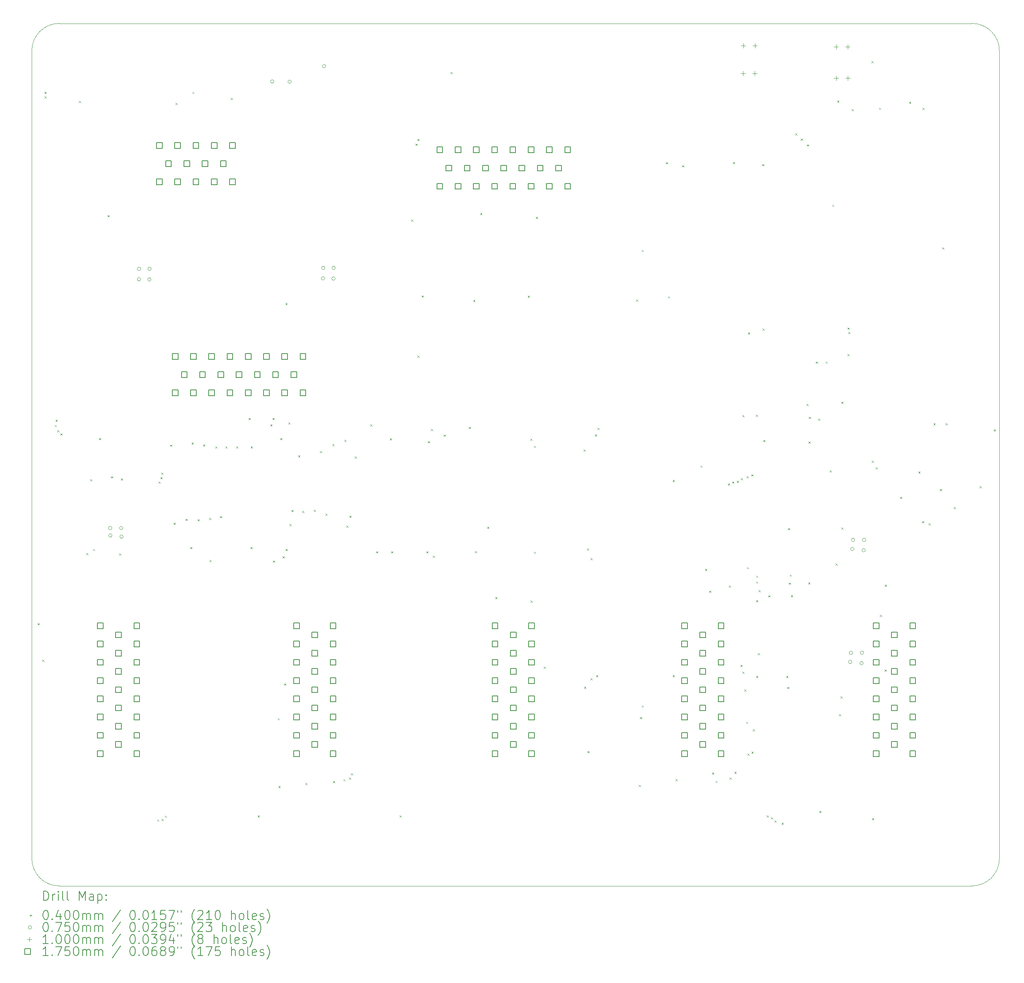
<source format=gbr>
%TF.GenerationSoftware,KiCad,Pcbnew,8.0.2*%
%TF.CreationDate,2024-05-16T19:19:42+09:30*%
%TF.ProjectId,Motherboard 2024,4d6f7468-6572-4626-9f61-726420323032,rev?*%
%TF.SameCoordinates,Original*%
%TF.FileFunction,Drillmap*%
%TF.FilePolarity,Positive*%
%FSLAX45Y45*%
G04 Gerber Fmt 4.5, Leading zero omitted, Abs format (unit mm)*
G04 Created by KiCad (PCBNEW 8.0.2) date 2024-05-16 19:19:42*
%MOMM*%
%LPD*%
G01*
G04 APERTURE LIST*
%ADD10C,0.100000*%
%ADD11C,0.200000*%
%ADD12C,0.175000*%
G04 APERTURE END LIST*
D10*
X13518985Y-4330664D02*
X13518985Y-22030664D01*
X34118985Y-22629664D02*
X14118985Y-22629664D01*
X34118985Y-3730664D02*
G75*
G02*
X34718986Y-4330664I5J-599996D01*
G01*
X34118985Y-3730664D02*
X14118985Y-3730664D01*
X13518985Y-4330664D02*
G75*
G02*
X14118985Y-3730664I600000J0D01*
G01*
X34718985Y-22030664D02*
G75*
G02*
X34118985Y-22629665I-599515J514D01*
G01*
X14118985Y-22629664D02*
G75*
G02*
X13518986Y-22030664I-495J599504D01*
G01*
X34718985Y-4330664D02*
X34718985Y-22030664D01*
D11*
D10*
X13645660Y-16871000D02*
X13685660Y-16911000D01*
X13685660Y-16871000D02*
X13645660Y-16911000D01*
X13745610Y-17672397D02*
X13785610Y-17712397D01*
X13785610Y-17672397D02*
X13745610Y-17712397D01*
X13797600Y-5229290D02*
X13837600Y-5269290D01*
X13837600Y-5229290D02*
X13797600Y-5269290D01*
X13797600Y-5329240D02*
X13837600Y-5369240D01*
X13837600Y-5329240D02*
X13797600Y-5369240D01*
X14021120Y-12527600D02*
X14061120Y-12567600D01*
X14061120Y-12527600D02*
X14021120Y-12567600D01*
X14037552Y-12415660D02*
X14077552Y-12455660D01*
X14077552Y-12415660D02*
X14037552Y-12455660D01*
X14077409Y-12639769D02*
X14117409Y-12679769D01*
X14117409Y-12639769D02*
X14077409Y-12679769D01*
X14143040Y-12715560D02*
X14183040Y-12755560D01*
X14183040Y-12715560D02*
X14143040Y-12755560D01*
X14549440Y-5429190D02*
X14589440Y-5469190D01*
X14589440Y-5429190D02*
X14549440Y-5469190D01*
X14713535Y-15335819D02*
X14753535Y-15375819D01*
X14753535Y-15335819D02*
X14713535Y-15375819D01*
X14798360Y-13716320D02*
X14838360Y-13756320D01*
X14838360Y-13716320D02*
X14798360Y-13756320D01*
X14859320Y-15245400D02*
X14899320Y-15285400D01*
X14899320Y-15245400D02*
X14859320Y-15285400D01*
X14991400Y-12815510D02*
X15031400Y-12855510D01*
X15031400Y-12815510D02*
X14991400Y-12855510D01*
X15174280Y-7930200D02*
X15214280Y-7970200D01*
X15214280Y-7930200D02*
X15174280Y-7970200D01*
X15250480Y-13655360D02*
X15290480Y-13695360D01*
X15290480Y-13655360D02*
X15250480Y-13695360D01*
X15433360Y-15345350D02*
X15473360Y-15385350D01*
X15473360Y-15345350D02*
X15433360Y-15385350D01*
X15468920Y-13701080D02*
X15508920Y-13741080D01*
X15508920Y-13701080D02*
X15468920Y-13741080D01*
X16264212Y-21173718D02*
X16304212Y-21213718D01*
X16304212Y-21173718D02*
X16264212Y-21213718D01*
X16293050Y-13766904D02*
X16333050Y-13806904D01*
X16333050Y-13766904D02*
X16293050Y-13806904D01*
X16337600Y-13670600D02*
X16377600Y-13710600D01*
X16377600Y-13670600D02*
X16337600Y-13710600D01*
X16354970Y-13572171D02*
X16394970Y-13612171D01*
X16394970Y-13572171D02*
X16354970Y-13612171D01*
X16363000Y-21158520D02*
X16403000Y-21198520D01*
X16403000Y-21158520D02*
X16363000Y-21198520D01*
X16433675Y-21087845D02*
X16473675Y-21127845D01*
X16473675Y-21087845D02*
X16433675Y-21127845D01*
X16545880Y-12959400D02*
X16585880Y-12999400D01*
X16585880Y-12959400D02*
X16545880Y-12999400D01*
X16627160Y-14671360D02*
X16667160Y-14711360D01*
X16667160Y-14671360D02*
X16627160Y-14711360D01*
X16667800Y-5471480D02*
X16707800Y-5511480D01*
X16707800Y-5471480D02*
X16667800Y-5511480D01*
X16887890Y-14585000D02*
X16927890Y-14625000D01*
X16927890Y-14585000D02*
X16887890Y-14625000D01*
X16987840Y-15204760D02*
X17027840Y-15244760D01*
X17027840Y-15204760D02*
X16987840Y-15244760D01*
X17018320Y-12915460D02*
X17058320Y-12955460D01*
X17058320Y-12915460D02*
X17018320Y-12955460D01*
X17035210Y-5229290D02*
X17075210Y-5269290D01*
X17075210Y-5229290D02*
X17035210Y-5269290D01*
X17150400Y-14595160D02*
X17190400Y-14635160D01*
X17190400Y-14595160D02*
X17150400Y-14635160D01*
X17272320Y-12955460D02*
X17312320Y-12995460D01*
X17312320Y-12955460D02*
X17272320Y-12995460D01*
X17404400Y-14567130D02*
X17444400Y-14607130D01*
X17444400Y-14567130D02*
X17404400Y-14607130D01*
X17409480Y-15485350D02*
X17449480Y-15525350D01*
X17449480Y-15485350D02*
X17409480Y-15525350D01*
X17541560Y-12995460D02*
X17581560Y-13035460D01*
X17581560Y-12995460D02*
X17541560Y-13035460D01*
X17643160Y-14527130D02*
X17683160Y-14567130D01*
X17683160Y-14527130D02*
X17643160Y-14567130D01*
X17760000Y-12995460D02*
X17800000Y-13035460D01*
X17800000Y-12995460D02*
X17760000Y-13035460D01*
X17876840Y-5359720D02*
X17916840Y-5399720D01*
X17916840Y-5359720D02*
X17876840Y-5399720D01*
X17998760Y-12995460D02*
X18038760Y-13035460D01*
X18038760Y-12995460D02*
X17998760Y-13035460D01*
X18268000Y-12375610D02*
X18308000Y-12415610D01*
X18308000Y-12375610D02*
X18268000Y-12415610D01*
X18308640Y-15204760D02*
X18348640Y-15244760D01*
X18348640Y-15204760D02*
X18308640Y-15244760D01*
X18313720Y-12995460D02*
X18353720Y-13035460D01*
X18353720Y-12995460D02*
X18313720Y-13035460D01*
X18466120Y-21084130D02*
X18506120Y-21124130D01*
X18506120Y-21084130D02*
X18466120Y-21124130D01*
X18745520Y-12515660D02*
X18785520Y-12555660D01*
X18785520Y-12515660D02*
X18745520Y-12555660D01*
X18788971Y-12376370D02*
X18828971Y-12416370D01*
X18828971Y-12376370D02*
X18788971Y-12416370D01*
X18797360Y-15499550D02*
X18837360Y-15539550D01*
X18837360Y-15499550D02*
X18797360Y-15539550D01*
X18905290Y-18953800D02*
X18945290Y-18993800D01*
X18945290Y-18953800D02*
X18905290Y-18993800D01*
X18923320Y-20442240D02*
X18963320Y-20482240D01*
X18963320Y-20442240D02*
X18923320Y-20482240D01*
X18963960Y-12815510D02*
X19003960Y-12855510D01*
X19003960Y-12815510D02*
X18963960Y-12855510D01*
X19013535Y-15407410D02*
X19053535Y-15447410D01*
X19053535Y-15407410D02*
X19013535Y-15447410D01*
X19045240Y-18191800D02*
X19085240Y-18231800D01*
X19085240Y-18191800D02*
X19045240Y-18231800D01*
X19075720Y-9855520D02*
X19115720Y-9895520D01*
X19115720Y-9855520D02*
X19075720Y-9895520D01*
X19080800Y-15245450D02*
X19120800Y-15285450D01*
X19120800Y-15245450D02*
X19080800Y-15285450D01*
X19141760Y-12475660D02*
X19181760Y-12515660D01*
X19181760Y-12475660D02*
X19141760Y-12515660D01*
X19167160Y-14701840D02*
X19207160Y-14741840D01*
X19207160Y-14701840D02*
X19167160Y-14741840D01*
X19207800Y-14391960D02*
X19247800Y-14431960D01*
X19247800Y-14391960D02*
X19207800Y-14431960D01*
X19355120Y-13195510D02*
X19395120Y-13235510D01*
X19395120Y-13195510D02*
X19355120Y-13235510D01*
X19446560Y-14412280D02*
X19486560Y-14452280D01*
X19486560Y-14412280D02*
X19446560Y-14452280D01*
X19512600Y-20372290D02*
X19552600Y-20412290D01*
X19552600Y-20372290D02*
X19512600Y-20412290D01*
X19700560Y-14386880D02*
X19740560Y-14426880D01*
X19740560Y-14386880D02*
X19700560Y-14426880D01*
X19832640Y-13101640D02*
X19872640Y-13141640D01*
X19872640Y-13101640D02*
X19832640Y-13141640D01*
X19954560Y-14473240D02*
X19994560Y-14513240D01*
X19994560Y-14473240D02*
X19954560Y-14513240D01*
X20106960Y-12949240D02*
X20146960Y-12989240D01*
X20146960Y-12949240D02*
X20106960Y-12989240D01*
X20117120Y-20332290D02*
X20157120Y-20372290D01*
X20157120Y-20332290D02*
X20117120Y-20372290D01*
X20345720Y-20292290D02*
X20385720Y-20332290D01*
X20385720Y-20292290D02*
X20345720Y-20332290D01*
X20366040Y-12855510D02*
X20406040Y-12895510D01*
X20406040Y-12855510D02*
X20366040Y-12895510D01*
X20406680Y-14732320D02*
X20446680Y-14772320D01*
X20446680Y-14732320D02*
X20406680Y-14772320D01*
X20467982Y-20252290D02*
X20507982Y-20292290D01*
X20507982Y-20252290D02*
X20467982Y-20292290D01*
X20477800Y-14517770D02*
X20517800Y-14557770D01*
X20517800Y-14517770D02*
X20477800Y-14557770D01*
X20510033Y-20161616D02*
X20550033Y-20201616D01*
X20550033Y-20161616D02*
X20510033Y-20201616D01*
X20594540Y-13218380D02*
X20634540Y-13258380D01*
X20634540Y-13218380D02*
X20594540Y-13258380D01*
X20935000Y-12515660D02*
X20975000Y-12555660D01*
X20975000Y-12515660D02*
X20935000Y-12555660D01*
X21062000Y-15296200D02*
X21102000Y-15336200D01*
X21102000Y-15296200D02*
X21062000Y-15336200D01*
X21361720Y-12822240D02*
X21401720Y-12862240D01*
X21401720Y-12822240D02*
X21361720Y-12862240D01*
X21392200Y-15296250D02*
X21432200Y-15336250D01*
X21432200Y-15296250D02*
X21392200Y-15336250D01*
X21580160Y-21082320D02*
X21620160Y-21122320D01*
X21620160Y-21082320D02*
X21580160Y-21122320D01*
X21829080Y-8030150D02*
X21869080Y-8070150D01*
X21869080Y-8030150D02*
X21829080Y-8070150D01*
X21924819Y-6363960D02*
X21964819Y-6403960D01*
X21964819Y-6363960D02*
X21924819Y-6403960D01*
X21966240Y-6263960D02*
X22006240Y-6303960D01*
X22006240Y-6263960D02*
X21966240Y-6303960D01*
X21968485Y-11008680D02*
X22008485Y-11048680D01*
X22008485Y-11008680D02*
X21968485Y-11048680D01*
X22057680Y-9692960D02*
X22097680Y-9732960D01*
X22097680Y-9692960D02*
X22057680Y-9732960D01*
X22159280Y-15296250D02*
X22199280Y-15336250D01*
X22199280Y-15296250D02*
X22159280Y-15336250D01*
X22194840Y-12883200D02*
X22234840Y-12923200D01*
X22234840Y-12883200D02*
X22194840Y-12923200D01*
X22260880Y-12615610D02*
X22300880Y-12655610D01*
X22300880Y-12615610D02*
X22260880Y-12655610D01*
X22306600Y-15392720D02*
X22346600Y-15432720D01*
X22346600Y-15392720D02*
X22306600Y-15432720D01*
X22545360Y-12740960D02*
X22585360Y-12780960D01*
X22585360Y-12740960D02*
X22545360Y-12780960D01*
X22692680Y-4795840D02*
X22732680Y-4835840D01*
X22732680Y-4795840D02*
X22692680Y-4835840D01*
X23094000Y-12570530D02*
X23134000Y-12610530D01*
X23134000Y-12570530D02*
X23094000Y-12610530D01*
X23190520Y-9788310D02*
X23230520Y-9828310D01*
X23230520Y-9788310D02*
X23190520Y-9828310D01*
X23226080Y-15292720D02*
X23266080Y-15332720D01*
X23266080Y-15292720D02*
X23226080Y-15332720D01*
X23342920Y-7884480D02*
X23382920Y-7924480D01*
X23382920Y-7884480D02*
X23342920Y-7924480D01*
X23495320Y-14757720D02*
X23535320Y-14797720D01*
X23535320Y-14757720D02*
X23495320Y-14797720D01*
X23673120Y-16302040D02*
X23713120Y-16342040D01*
X23713120Y-16302040D02*
X23673120Y-16342040D01*
X24384320Y-9698040D02*
X24424320Y-9738040D01*
X24424320Y-9698040D02*
X24384320Y-9738040D01*
X24440200Y-12827320D02*
X24480200Y-12867320D01*
X24480200Y-12827320D02*
X24440200Y-12867320D01*
X24448485Y-16378240D02*
X24488485Y-16418240D01*
X24488485Y-16378240D02*
X24448485Y-16418240D01*
X24518485Y-12984800D02*
X24558485Y-13024800D01*
X24558485Y-12984800D02*
X24518485Y-13024800D01*
X24518485Y-15306360D02*
X24558485Y-15346360D01*
X24558485Y-15306360D02*
X24518485Y-15346360D01*
X24562120Y-7970840D02*
X24602120Y-8010840D01*
X24602120Y-7970840D02*
X24562120Y-8010840D01*
X24733485Y-17825164D02*
X24773485Y-17865164D01*
X24773485Y-17825164D02*
X24733485Y-17865164D01*
X25608600Y-13066080D02*
X25648600Y-13106080D01*
X25648600Y-13066080D02*
X25608600Y-13106080D01*
X25619930Y-18262920D02*
X25659930Y-18302920D01*
X25659930Y-18262920D02*
X25619930Y-18302920D01*
X25684800Y-15235240D02*
X25724800Y-15275240D01*
X25724800Y-15235240D02*
X25684800Y-15275240D01*
X25689880Y-19675160D02*
X25729880Y-19715160D01*
X25729880Y-19675160D02*
X25689880Y-19715160D01*
X25759830Y-15443520D02*
X25799830Y-15483520D01*
X25799830Y-15443520D02*
X25759830Y-15483520D01*
X25759830Y-18080040D02*
X25799830Y-18120040D01*
X25799830Y-18080040D02*
X25759830Y-18120040D01*
X25857520Y-12735880D02*
X25897520Y-12775880D01*
X25897520Y-12735880D02*
X25857520Y-12775880D01*
X25882920Y-18010204D02*
X25922920Y-18050204D01*
X25922920Y-18010204D02*
X25882920Y-18050204D01*
X25910452Y-12590893D02*
X25950452Y-12630893D01*
X25950452Y-12590893D02*
X25910452Y-12630893D01*
X26761760Y-9778150D02*
X26801760Y-9818150D01*
X26801760Y-9778150D02*
X26761760Y-9818150D01*
X26817640Y-20416840D02*
X26857640Y-20456840D01*
X26857640Y-20416840D02*
X26817640Y-20456840D01*
X26843040Y-18928400D02*
X26883040Y-18968400D01*
X26883040Y-18928400D02*
X26843040Y-18968400D01*
X26882510Y-8692200D02*
X26922510Y-8732200D01*
X26922510Y-8692200D02*
X26882510Y-8732200D01*
X26882510Y-18675738D02*
X26922510Y-18715738D01*
X26922510Y-18675738D02*
X26882510Y-18715738D01*
X27412000Y-6771960D02*
X27452000Y-6811960D01*
X27452000Y-6771960D02*
X27412000Y-6811960D01*
X27457720Y-9708200D02*
X27497720Y-9748200D01*
X27497720Y-9708200D02*
X27457720Y-9748200D01*
X27559270Y-13736640D02*
X27599270Y-13776640D01*
X27599270Y-13736640D02*
X27559270Y-13776640D01*
X27559320Y-18010204D02*
X27599320Y-18050204D01*
X27599320Y-18010204D02*
X27559320Y-18050204D01*
X27620280Y-20289840D02*
X27660280Y-20329840D01*
X27660280Y-20289840D02*
X27620280Y-20329840D01*
X27767600Y-6838000D02*
X27807600Y-6878000D01*
X27807600Y-6838000D02*
X27767600Y-6878000D01*
X28168920Y-13417790D02*
X28208920Y-13457790D01*
X28208920Y-13417790D02*
X28168920Y-13457790D01*
X28269424Y-15683520D02*
X28309424Y-15723520D01*
X28309424Y-15683520D02*
X28269424Y-15723520D01*
X28361960Y-16161450D02*
X28401960Y-16201450D01*
X28401960Y-16161450D02*
X28361960Y-16201450D01*
X28422920Y-20145450D02*
X28462920Y-20185450D01*
X28462920Y-20145450D02*
X28422920Y-20185450D01*
X28499120Y-20325400D02*
X28539120Y-20365400D01*
X28539120Y-20325400D02*
X28499120Y-20365400D01*
X28770709Y-13811470D02*
X28810709Y-13851470D01*
X28810709Y-13811470D02*
X28770709Y-13851470D01*
X28788733Y-16047986D02*
X28828733Y-16087986D01*
X28828733Y-16047986D02*
X28788733Y-16087986D01*
X28809000Y-20254280D02*
X28849000Y-20294280D01*
X28849000Y-20254280D02*
X28809000Y-20294280D01*
X28863443Y-13771470D02*
X28903443Y-13811470D01*
X28903443Y-13771470D02*
X28863443Y-13811470D01*
X28880120Y-6768050D02*
X28920120Y-6808050D01*
X28920120Y-6768050D02*
X28880120Y-6808050D01*
X28914510Y-20127280D02*
X28954510Y-20167280D01*
X28954510Y-20127280D02*
X28914510Y-20167280D01*
X28963368Y-13750229D02*
X29003368Y-13790229D01*
X29003368Y-13750229D02*
X28963368Y-13790229D01*
X29047050Y-17785400D02*
X29087050Y-17825400D01*
X29087050Y-17785400D02*
X29047050Y-17825400D01*
X29052840Y-13691470D02*
X29092840Y-13731470D01*
X29092840Y-13691470D02*
X29052840Y-13731470D01*
X29085720Y-12310943D02*
X29125720Y-12350943D01*
X29125720Y-12310943D02*
X29085720Y-12350943D01*
X29087050Y-17932720D02*
X29127050Y-17972720D01*
X29127050Y-17932720D02*
X29087050Y-17972720D01*
X29127050Y-18323880D02*
X29167050Y-18363880D01*
X29167050Y-18323880D02*
X29127050Y-18363880D01*
X29167050Y-19030000D02*
X29207050Y-19070000D01*
X29207050Y-19030000D02*
X29167050Y-19070000D01*
X29181490Y-13651470D02*
X29221490Y-13691470D01*
X29221490Y-13651470D02*
X29181490Y-13691470D01*
X29184920Y-15643470D02*
X29224920Y-15683470D01*
X29224920Y-15643470D02*
X29184920Y-15683470D01*
X29198185Y-19732086D02*
X29238185Y-19772086D01*
X29238185Y-19732086D02*
X29198185Y-19772086D01*
X29210320Y-10500680D02*
X29250320Y-10540680D01*
X29250320Y-10500680D02*
X29210320Y-10540680D01*
X29281440Y-13611470D02*
X29321440Y-13651470D01*
X29321440Y-13611470D02*
X29281440Y-13651470D01*
X29286520Y-19685320D02*
X29326520Y-19725320D01*
X29326520Y-19685320D02*
X29286520Y-19725320D01*
X29317000Y-19197640D02*
X29357000Y-19237640D01*
X29357000Y-19197640D02*
X29317000Y-19237640D01*
X29385720Y-12304080D02*
X29425720Y-12344080D01*
X29425720Y-12304080D02*
X29385720Y-12344080D01*
X29386950Y-15829600D02*
X29426950Y-15869600D01*
X29426950Y-15829600D02*
X29386950Y-15869600D01*
X29386950Y-15956600D02*
X29426950Y-15996600D01*
X29426950Y-15956600D02*
X29386950Y-15996600D01*
X29386950Y-16368080D02*
X29426950Y-16408080D01*
X29426950Y-16368080D02*
X29386950Y-16408080D01*
X29386950Y-18025104D02*
X29426950Y-18065104D01*
X29426950Y-18025104D02*
X29386950Y-18065104D01*
X29426950Y-17526320D02*
X29466950Y-17566320D01*
X29466950Y-17526320D02*
X29426950Y-17566320D01*
X29444000Y-16149640D02*
X29484000Y-16189640D01*
X29484000Y-16149640D02*
X29444000Y-16189640D01*
X29520200Y-6812600D02*
X29560200Y-6852600D01*
X29560200Y-6812600D02*
X29520200Y-6852600D01*
X29530360Y-10414320D02*
X29570360Y-10454320D01*
X29570360Y-10414320D02*
X29530360Y-10454320D01*
X29545600Y-12857800D02*
X29585600Y-12897800D01*
X29585600Y-12857800D02*
X29545600Y-12897800D01*
X29618137Y-21084130D02*
X29658137Y-21124130D01*
X29658137Y-21084130D02*
X29618137Y-21124130D01*
X29652280Y-16261400D02*
X29692280Y-16301400D01*
X29692280Y-16261400D02*
X29652280Y-16301400D01*
X29715996Y-21124130D02*
X29755996Y-21164130D01*
X29755996Y-21124130D02*
X29715996Y-21164130D01*
X29789440Y-21194080D02*
X29829440Y-21234080D01*
X29829440Y-21194080D02*
X29789440Y-21234080D01*
X29946920Y-21244880D02*
X29986920Y-21284880D01*
X29986920Y-21244880D02*
X29946920Y-21284880D01*
X30048520Y-18025104D02*
X30088520Y-18065104D01*
X30088520Y-18025104D02*
X30048520Y-18065104D01*
X30068840Y-18268000D02*
X30108840Y-18308000D01*
X30108840Y-18268000D02*
X30068840Y-18308000D01*
X30089160Y-14788200D02*
X30129160Y-14828200D01*
X30129160Y-14788200D02*
X30089160Y-14828200D01*
X30104400Y-15982000D02*
X30144400Y-16022000D01*
X30144400Y-15982000D02*
X30104400Y-16022000D01*
X30124720Y-15804200D02*
X30164720Y-15844200D01*
X30164720Y-15804200D02*
X30124720Y-15844200D01*
X30149460Y-16256320D02*
X30189460Y-16296320D01*
X30189460Y-16256320D02*
X30149460Y-16296320D01*
X30246640Y-6142040D02*
X30286640Y-6182040D01*
X30286640Y-6142040D02*
X30246640Y-6182040D01*
X30363480Y-6254970D02*
X30403480Y-6294970D01*
X30403480Y-6254970D02*
X30363480Y-6294970D01*
X30495560Y-12065320D02*
X30535560Y-12105320D01*
X30535560Y-12065320D02*
X30495560Y-12105320D01*
X30500640Y-6380800D02*
X30540640Y-6420800D01*
X30540640Y-6380800D02*
X30500640Y-6420800D01*
X30531120Y-15976920D02*
X30571120Y-16016920D01*
X30571120Y-15976920D02*
X30531120Y-16016920D01*
X30538010Y-12893360D02*
X30578010Y-12933360D01*
X30578010Y-12893360D02*
X30538010Y-12933360D01*
X30546360Y-12350943D02*
X30586360Y-12390943D01*
X30586360Y-12350943D02*
X30546360Y-12390943D01*
X30693680Y-11140760D02*
X30733680Y-11180760D01*
X30733680Y-11140760D02*
X30693680Y-11180760D01*
X30749560Y-12390440D02*
X30789560Y-12430440D01*
X30789560Y-12390440D02*
X30749560Y-12430440D01*
X30769880Y-20985800D02*
X30809880Y-21025800D01*
X30809880Y-20985800D02*
X30769880Y-21025800D01*
X30912120Y-11140760D02*
X30952120Y-11180760D01*
X30952120Y-11140760D02*
X30912120Y-11180760D01*
X30998480Y-13523280D02*
X31038480Y-13563280D01*
X31038480Y-13523280D02*
X30998480Y-13563280D01*
X31056000Y-7701600D02*
X31096000Y-7741600D01*
X31096000Y-7701600D02*
X31056000Y-7741600D01*
X31130560Y-15565440D02*
X31170560Y-15605440D01*
X31170560Y-15565440D02*
X31130560Y-15605440D01*
X31166120Y-5420680D02*
X31206120Y-5460680D01*
X31206120Y-5420680D02*
X31166120Y-5460680D01*
X31201680Y-18867440D02*
X31241680Y-18907440D01*
X31241680Y-18867440D02*
X31201680Y-18907440D01*
X31237240Y-18476280D02*
X31277240Y-18516280D01*
X31277240Y-18476280D02*
X31237240Y-18516280D01*
X31257560Y-12019600D02*
X31297560Y-12059600D01*
X31297560Y-12019600D02*
X31257560Y-12059600D01*
X31257560Y-14776930D02*
X31297560Y-14816930D01*
X31297560Y-14776930D02*
X31257560Y-14816930D01*
X31389640Y-10394000D02*
X31429640Y-10434000D01*
X31429640Y-10394000D02*
X31389640Y-10434000D01*
X31389640Y-10973120D02*
X31429640Y-11013120D01*
X31429640Y-10973120D02*
X31389640Y-11013120D01*
X31405228Y-10492727D02*
X31445228Y-10532727D01*
X31445228Y-10492727D02*
X31405228Y-10532727D01*
X31486160Y-5608640D02*
X31526160Y-5648640D01*
X31526160Y-5608640D02*
X31486160Y-5648640D01*
X31917960Y-4557080D02*
X31957960Y-4597080D01*
X31957960Y-4557080D02*
X31917960Y-4597080D01*
X31925238Y-13311570D02*
X31965238Y-13351570D01*
X31965238Y-13311570D02*
X31925238Y-13351570D01*
X31928120Y-21143280D02*
X31968120Y-21183280D01*
X31968120Y-21143280D02*
X31928120Y-21183280D01*
X32009400Y-13457240D02*
X32049400Y-13497240D01*
X32049400Y-13457240D02*
X32009400Y-13497240D01*
X32080520Y-5578160D02*
X32120520Y-5618160D01*
X32120520Y-5578160D02*
X32080520Y-5618160D01*
X32099424Y-16688120D02*
X32139424Y-16728120D01*
X32139424Y-16688120D02*
X32099424Y-16728120D01*
X32202440Y-17887000D02*
X32242440Y-17927000D01*
X32242440Y-17887000D02*
X32202440Y-17927000D01*
X32207520Y-16027720D02*
X32247520Y-16067720D01*
X32247520Y-16027720D02*
X32207520Y-16067720D01*
X32542800Y-14102400D02*
X32582800Y-14142400D01*
X32582800Y-14102400D02*
X32542800Y-14142400D01*
X32740920Y-5446080D02*
X32780920Y-5486080D01*
X32780920Y-5446080D02*
X32740920Y-5486080D01*
X32944120Y-13548680D02*
X32984120Y-13588680D01*
X32984120Y-13548680D02*
X32944120Y-13588680D01*
X33024424Y-14637030D02*
X33064424Y-14677030D01*
X33064424Y-14637030D02*
X33024424Y-14677030D01*
X33030480Y-5583240D02*
X33070480Y-5623240D01*
X33070480Y-5583240D02*
X33030480Y-5623240D01*
X33167640Y-14681520D02*
X33207640Y-14721520D01*
X33207640Y-14681520D02*
X33167640Y-14721520D01*
X33274320Y-12490893D02*
X33314320Y-12530893D01*
X33314320Y-12490893D02*
X33274320Y-12530893D01*
X33412650Y-13934760D02*
X33452650Y-13974760D01*
X33452650Y-13934760D02*
X33412650Y-13974760D01*
X33462280Y-8636320D02*
X33502280Y-8676320D01*
X33502280Y-8636320D02*
X33462280Y-8676320D01*
X33543560Y-12490943D02*
X33583560Y-12530943D01*
X33583560Y-12490943D02*
X33543560Y-12530943D01*
X33716280Y-14325920D02*
X33756280Y-14365920D01*
X33756280Y-14325920D02*
X33716280Y-14365920D01*
X34285240Y-13868720D02*
X34325240Y-13908720D01*
X34325240Y-13868720D02*
X34285240Y-13908720D01*
X34595120Y-12624120D02*
X34635120Y-12664120D01*
X34635120Y-12624120D02*
X34595120Y-12664120D01*
X15272420Y-14787880D02*
G75*
G02*
X15197420Y-14787880I-37500J0D01*
G01*
X15197420Y-14787880D02*
G75*
G02*
X15272420Y-14787880I37500J0D01*
G01*
X15277500Y-14950440D02*
G75*
G02*
X15202500Y-14950440I-37500J0D01*
G01*
X15202500Y-14950440D02*
G75*
G02*
X15277500Y-14950440I37500J0D01*
G01*
X15516260Y-14787880D02*
G75*
G02*
X15441260Y-14787880I-37500J0D01*
G01*
X15441260Y-14787880D02*
G75*
G02*
X15516260Y-14787880I37500J0D01*
G01*
X15521340Y-14975840D02*
G75*
G02*
X15446340Y-14975840I-37500J0D01*
G01*
X15446340Y-14975840D02*
G75*
G02*
X15521340Y-14975840I37500J0D01*
G01*
X15902340Y-9337040D02*
G75*
G02*
X15827340Y-9337040I-37500J0D01*
G01*
X15827340Y-9337040D02*
G75*
G02*
X15902340Y-9337040I37500J0D01*
G01*
X15907420Y-9108440D02*
G75*
G02*
X15832420Y-9108440I-37500J0D01*
G01*
X15832420Y-9108440D02*
G75*
G02*
X15907420Y-9108440I37500J0D01*
G01*
X16130940Y-9342120D02*
G75*
G02*
X16055940Y-9342120I-37500J0D01*
G01*
X16055940Y-9342120D02*
G75*
G02*
X16130940Y-9342120I37500J0D01*
G01*
X16136020Y-9108440D02*
G75*
G02*
X16061020Y-9108440I-37500J0D01*
G01*
X16061020Y-9108440D02*
G75*
G02*
X16136020Y-9108440I37500J0D01*
G01*
X18823340Y-5003800D02*
G75*
G02*
X18748340Y-5003800I-37500J0D01*
G01*
X18748340Y-5003800D02*
G75*
G02*
X18823340Y-5003800I37500J0D01*
G01*
X19204340Y-5008880D02*
G75*
G02*
X19129340Y-5008880I-37500J0D01*
G01*
X19129340Y-5008880D02*
G75*
G02*
X19204340Y-5008880I37500J0D01*
G01*
X19935860Y-9316720D02*
G75*
G02*
X19860860Y-9316720I-37500J0D01*
G01*
X19860860Y-9316720D02*
G75*
G02*
X19935860Y-9316720I37500J0D01*
G01*
X19940940Y-9088120D02*
G75*
G02*
X19865940Y-9088120I-37500J0D01*
G01*
X19865940Y-9088120D02*
G75*
G02*
X19940940Y-9088120I37500J0D01*
G01*
X19961260Y-4668520D02*
G75*
G02*
X19886260Y-4668520I-37500J0D01*
G01*
X19886260Y-4668520D02*
G75*
G02*
X19961260Y-4668520I37500J0D01*
G01*
X20164460Y-9321800D02*
G75*
G02*
X20089460Y-9321800I-37500J0D01*
G01*
X20089460Y-9321800D02*
G75*
G02*
X20164460Y-9321800I37500J0D01*
G01*
X20169540Y-9088120D02*
G75*
G02*
X20094540Y-9088120I-37500J0D01*
G01*
X20094540Y-9088120D02*
G75*
G02*
X20169540Y-9088120I37500J0D01*
G01*
X31487780Y-17719040D02*
G75*
G02*
X31412780Y-17719040I-37500J0D01*
G01*
X31412780Y-17719040D02*
G75*
G02*
X31487780Y-17719040I37500J0D01*
G01*
X31503020Y-17520920D02*
G75*
G02*
X31428020Y-17520920I-37500J0D01*
G01*
X31428020Y-17520920D02*
G75*
G02*
X31503020Y-17520920I37500J0D01*
G01*
X31533500Y-15245080D02*
G75*
G02*
X31458500Y-15245080I-37500J0D01*
G01*
X31458500Y-15245080D02*
G75*
G02*
X31533500Y-15245080I37500J0D01*
G01*
X31548740Y-15046960D02*
G75*
G02*
X31473740Y-15046960I-37500J0D01*
G01*
X31473740Y-15046960D02*
G75*
G02*
X31548740Y-15046960I37500J0D01*
G01*
X31736700Y-17749520D02*
G75*
G02*
X31661700Y-17749520I-37500J0D01*
G01*
X31661700Y-17749520D02*
G75*
G02*
X31736700Y-17749520I37500J0D01*
G01*
X31746860Y-17520920D02*
G75*
G02*
X31671860Y-17520920I-37500J0D01*
G01*
X31671860Y-17520920D02*
G75*
G02*
X31746860Y-17520920I37500J0D01*
G01*
X31782420Y-15275560D02*
G75*
G02*
X31707420Y-15275560I-37500J0D01*
G01*
X31707420Y-15275560D02*
G75*
G02*
X31782420Y-15275560I37500J0D01*
G01*
X31792580Y-15046960D02*
G75*
G02*
X31717580Y-15046960I-37500J0D01*
G01*
X31717580Y-15046960D02*
G75*
G02*
X31792580Y-15046960I37500J0D01*
G01*
X29103820Y-4776000D02*
X29103820Y-4876000D01*
X29053820Y-4826000D02*
X29153820Y-4826000D01*
X29107900Y-4166400D02*
X29107900Y-4266400D01*
X29057900Y-4216400D02*
X29157900Y-4216400D01*
X29357820Y-4776000D02*
X29357820Y-4876000D01*
X29307820Y-4826000D02*
X29407820Y-4826000D01*
X29361900Y-4166400D02*
X29361900Y-4266400D01*
X29311900Y-4216400D02*
X29411900Y-4216400D01*
X31139900Y-4191800D02*
X31139900Y-4291800D01*
X31089900Y-4241800D02*
X31189900Y-4241800D01*
X31140400Y-4877600D02*
X31140400Y-4977600D01*
X31090400Y-4927600D02*
X31190400Y-4927600D01*
X31393900Y-4191800D02*
X31393900Y-4291800D01*
X31343900Y-4241800D02*
X31443900Y-4241800D01*
X31394400Y-4877600D02*
X31394400Y-4977600D01*
X31344400Y-4927600D02*
X31444400Y-4927600D01*
D12*
X15080357Y-16992036D02*
X15080357Y-16868291D01*
X14956613Y-16868291D01*
X14956613Y-16992036D01*
X15080357Y-16992036D01*
X15080357Y-17392036D02*
X15080357Y-17268291D01*
X14956613Y-17268291D01*
X14956613Y-17392036D01*
X15080357Y-17392036D01*
X15080357Y-17792036D02*
X15080357Y-17668291D01*
X14956613Y-17668291D01*
X14956613Y-17792036D01*
X15080357Y-17792036D01*
X15080357Y-18192036D02*
X15080357Y-18068291D01*
X14956613Y-18068291D01*
X14956613Y-18192036D01*
X15080357Y-18192036D01*
X15080357Y-18592036D02*
X15080357Y-18468291D01*
X14956613Y-18468291D01*
X14956613Y-18592036D01*
X15080357Y-18592036D01*
X15080357Y-18992036D02*
X15080357Y-18868291D01*
X14956613Y-18868291D01*
X14956613Y-18992036D01*
X15080357Y-18992036D01*
X15080357Y-19392036D02*
X15080357Y-19268291D01*
X14956613Y-19268291D01*
X14956613Y-19392036D01*
X15080357Y-19392036D01*
X15080357Y-19792036D02*
X15080357Y-19668291D01*
X14956613Y-19668291D01*
X14956613Y-19792036D01*
X15080357Y-19792036D01*
X15480357Y-17192036D02*
X15480357Y-17068291D01*
X15356613Y-17068291D01*
X15356613Y-17192036D01*
X15480357Y-17192036D01*
X15480357Y-17592036D02*
X15480357Y-17468291D01*
X15356613Y-17468291D01*
X15356613Y-17592036D01*
X15480357Y-17592036D01*
X15480357Y-17992036D02*
X15480357Y-17868291D01*
X15356613Y-17868291D01*
X15356613Y-17992036D01*
X15480357Y-17992036D01*
X15480357Y-18392036D02*
X15480357Y-18268291D01*
X15356613Y-18268291D01*
X15356613Y-18392036D01*
X15480357Y-18392036D01*
X15480357Y-18792036D02*
X15480357Y-18668291D01*
X15356613Y-18668291D01*
X15356613Y-18792036D01*
X15480357Y-18792036D01*
X15480357Y-19192036D02*
X15480357Y-19068291D01*
X15356613Y-19068291D01*
X15356613Y-19192036D01*
X15480357Y-19192036D01*
X15480357Y-19592036D02*
X15480357Y-19468291D01*
X15356613Y-19468291D01*
X15356613Y-19592036D01*
X15480357Y-19592036D01*
X15880357Y-16992036D02*
X15880357Y-16868291D01*
X15756613Y-16868291D01*
X15756613Y-16992036D01*
X15880357Y-16992036D01*
X15880357Y-17392036D02*
X15880357Y-17268291D01*
X15756613Y-17268291D01*
X15756613Y-17392036D01*
X15880357Y-17392036D01*
X15880357Y-17792036D02*
X15880357Y-17668291D01*
X15756613Y-17668291D01*
X15756613Y-17792036D01*
X15880357Y-17792036D01*
X15880357Y-18192036D02*
X15880357Y-18068291D01*
X15756613Y-18068291D01*
X15756613Y-18192036D01*
X15880357Y-18192036D01*
X15880357Y-18592036D02*
X15880357Y-18468291D01*
X15756613Y-18468291D01*
X15756613Y-18592036D01*
X15880357Y-18592036D01*
X15880357Y-18992036D02*
X15880357Y-18868291D01*
X15756613Y-18868291D01*
X15756613Y-18992036D01*
X15880357Y-18992036D01*
X15880357Y-19392036D02*
X15880357Y-19268291D01*
X15756613Y-19268291D01*
X15756613Y-19392036D01*
X15880357Y-19392036D01*
X15880357Y-19792036D02*
X15880357Y-19668291D01*
X15756613Y-19668291D01*
X15756613Y-19792036D01*
X15880357Y-19792036D01*
X16376072Y-6465312D02*
X16376072Y-6341568D01*
X16252328Y-6341568D01*
X16252328Y-6465312D01*
X16376072Y-6465312D01*
X16376072Y-7265312D02*
X16376072Y-7141568D01*
X16252328Y-7141568D01*
X16252328Y-7265312D01*
X16376072Y-7265312D01*
X16576072Y-6865312D02*
X16576072Y-6741568D01*
X16452328Y-6741568D01*
X16452328Y-6865312D01*
X16576072Y-6865312D01*
X16720712Y-11088112D02*
X16720712Y-10964368D01*
X16596968Y-10964368D01*
X16596968Y-11088112D01*
X16720712Y-11088112D01*
X16720712Y-11888112D02*
X16720712Y-11764368D01*
X16596968Y-11764368D01*
X16596968Y-11888112D01*
X16720712Y-11888112D01*
X16776072Y-6465312D02*
X16776072Y-6341568D01*
X16652328Y-6341568D01*
X16652328Y-6465312D01*
X16776072Y-6465312D01*
X16776072Y-7265312D02*
X16776072Y-7141568D01*
X16652328Y-7141568D01*
X16652328Y-7265312D01*
X16776072Y-7265312D01*
X16920712Y-11488112D02*
X16920712Y-11364368D01*
X16796968Y-11364368D01*
X16796968Y-11488112D01*
X16920712Y-11488112D01*
X16976072Y-6865312D02*
X16976072Y-6741568D01*
X16852328Y-6741568D01*
X16852328Y-6865312D01*
X16976072Y-6865312D01*
X17120712Y-11088112D02*
X17120712Y-10964368D01*
X16996968Y-10964368D01*
X16996968Y-11088112D01*
X17120712Y-11088112D01*
X17120712Y-11888112D02*
X17120712Y-11764368D01*
X16996968Y-11764368D01*
X16996968Y-11888112D01*
X17120712Y-11888112D01*
X17176072Y-6465312D02*
X17176072Y-6341568D01*
X17052328Y-6341568D01*
X17052328Y-6465312D01*
X17176072Y-6465312D01*
X17176072Y-7265312D02*
X17176072Y-7141568D01*
X17052328Y-7141568D01*
X17052328Y-7265312D01*
X17176072Y-7265312D01*
X17320712Y-11488112D02*
X17320712Y-11364368D01*
X17196968Y-11364368D01*
X17196968Y-11488112D01*
X17320712Y-11488112D01*
X17376072Y-6865312D02*
X17376072Y-6741568D01*
X17252328Y-6741568D01*
X17252328Y-6865312D01*
X17376072Y-6865312D01*
X17520712Y-11088112D02*
X17520712Y-10964368D01*
X17396968Y-10964368D01*
X17396968Y-11088112D01*
X17520712Y-11088112D01*
X17520712Y-11888112D02*
X17520712Y-11764368D01*
X17396968Y-11764368D01*
X17396968Y-11888112D01*
X17520712Y-11888112D01*
X17576072Y-6465312D02*
X17576072Y-6341568D01*
X17452328Y-6341568D01*
X17452328Y-6465312D01*
X17576072Y-6465312D01*
X17576072Y-7265312D02*
X17576072Y-7141568D01*
X17452328Y-7141568D01*
X17452328Y-7265312D01*
X17576072Y-7265312D01*
X17720712Y-11488112D02*
X17720712Y-11364368D01*
X17596968Y-11364368D01*
X17596968Y-11488112D01*
X17720712Y-11488112D01*
X17776072Y-6865312D02*
X17776072Y-6741568D01*
X17652328Y-6741568D01*
X17652328Y-6865312D01*
X17776072Y-6865312D01*
X17920712Y-11088112D02*
X17920712Y-10964368D01*
X17796968Y-10964368D01*
X17796968Y-11088112D01*
X17920712Y-11088112D01*
X17920712Y-11888112D02*
X17920712Y-11764368D01*
X17796968Y-11764368D01*
X17796968Y-11888112D01*
X17920712Y-11888112D01*
X17976072Y-6465312D02*
X17976072Y-6341568D01*
X17852328Y-6341568D01*
X17852328Y-6465312D01*
X17976072Y-6465312D01*
X17976072Y-7265312D02*
X17976072Y-7141568D01*
X17852328Y-7141568D01*
X17852328Y-7265312D01*
X17976072Y-7265312D01*
X18120712Y-11488112D02*
X18120712Y-11364368D01*
X17996968Y-11364368D01*
X17996968Y-11488112D01*
X18120712Y-11488112D01*
X18320712Y-11088112D02*
X18320712Y-10964368D01*
X18196968Y-10964368D01*
X18196968Y-11088112D01*
X18320712Y-11088112D01*
X18320712Y-11888112D02*
X18320712Y-11764368D01*
X18196968Y-11764368D01*
X18196968Y-11888112D01*
X18320712Y-11888112D01*
X18520712Y-11488112D02*
X18520712Y-11364368D01*
X18396968Y-11364368D01*
X18396968Y-11488112D01*
X18520712Y-11488112D01*
X18720712Y-11088112D02*
X18720712Y-10964368D01*
X18596968Y-10964368D01*
X18596968Y-11088112D01*
X18720712Y-11088112D01*
X18720712Y-11888112D02*
X18720712Y-11764368D01*
X18596968Y-11764368D01*
X18596968Y-11888112D01*
X18720712Y-11888112D01*
X18920712Y-11488112D02*
X18920712Y-11364368D01*
X18796968Y-11364368D01*
X18796968Y-11488112D01*
X18920712Y-11488112D01*
X19120712Y-11088112D02*
X19120712Y-10964368D01*
X18996968Y-10964368D01*
X18996968Y-11088112D01*
X19120712Y-11088112D01*
X19120712Y-11888112D02*
X19120712Y-11764368D01*
X18996968Y-11764368D01*
X18996968Y-11888112D01*
X19120712Y-11888112D01*
X19320712Y-11488112D02*
X19320712Y-11364368D01*
X19196968Y-11364368D01*
X19196968Y-11488112D01*
X19320712Y-11488112D01*
X19380358Y-16992036D02*
X19380358Y-16868291D01*
X19256613Y-16868291D01*
X19256613Y-16992036D01*
X19380358Y-16992036D01*
X19380358Y-17392036D02*
X19380358Y-17268291D01*
X19256613Y-17268291D01*
X19256613Y-17392036D01*
X19380358Y-17392036D01*
X19380358Y-17792036D02*
X19380358Y-17668291D01*
X19256613Y-17668291D01*
X19256613Y-17792036D01*
X19380358Y-17792036D01*
X19380358Y-18192036D02*
X19380358Y-18068291D01*
X19256613Y-18068291D01*
X19256613Y-18192036D01*
X19380358Y-18192036D01*
X19380358Y-18592036D02*
X19380358Y-18468291D01*
X19256613Y-18468291D01*
X19256613Y-18592036D01*
X19380358Y-18592036D01*
X19380358Y-18992036D02*
X19380358Y-18868291D01*
X19256613Y-18868291D01*
X19256613Y-18992036D01*
X19380358Y-18992036D01*
X19380358Y-19392036D02*
X19380358Y-19268291D01*
X19256613Y-19268291D01*
X19256613Y-19392036D01*
X19380358Y-19392036D01*
X19380358Y-19792036D02*
X19380358Y-19668291D01*
X19256613Y-19668291D01*
X19256613Y-19792036D01*
X19380358Y-19792036D01*
X19520712Y-11088112D02*
X19520712Y-10964368D01*
X19396968Y-10964368D01*
X19396968Y-11088112D01*
X19520712Y-11088112D01*
X19520712Y-11888112D02*
X19520712Y-11764368D01*
X19396968Y-11764368D01*
X19396968Y-11888112D01*
X19520712Y-11888112D01*
X19780358Y-17192036D02*
X19780358Y-17068291D01*
X19656613Y-17068291D01*
X19656613Y-17192036D01*
X19780358Y-17192036D01*
X19780358Y-17592036D02*
X19780358Y-17468291D01*
X19656613Y-17468291D01*
X19656613Y-17592036D01*
X19780358Y-17592036D01*
X19780358Y-17992036D02*
X19780358Y-17868291D01*
X19656613Y-17868291D01*
X19656613Y-17992036D01*
X19780358Y-17992036D01*
X19780358Y-18392036D02*
X19780358Y-18268291D01*
X19656613Y-18268291D01*
X19656613Y-18392036D01*
X19780358Y-18392036D01*
X19780358Y-18792036D02*
X19780358Y-18668291D01*
X19656613Y-18668291D01*
X19656613Y-18792036D01*
X19780358Y-18792036D01*
X19780358Y-19192036D02*
X19780358Y-19068291D01*
X19656613Y-19068291D01*
X19656613Y-19192036D01*
X19780358Y-19192036D01*
X19780358Y-19592036D02*
X19780358Y-19468291D01*
X19656613Y-19468291D01*
X19656613Y-19592036D01*
X19780358Y-19592036D01*
X20180358Y-16992036D02*
X20180358Y-16868291D01*
X20056613Y-16868291D01*
X20056613Y-16992036D01*
X20180358Y-16992036D01*
X20180358Y-17392036D02*
X20180358Y-17268291D01*
X20056613Y-17268291D01*
X20056613Y-17392036D01*
X20180358Y-17392036D01*
X20180358Y-17792036D02*
X20180358Y-17668291D01*
X20056613Y-17668291D01*
X20056613Y-17792036D01*
X20180358Y-17792036D01*
X20180358Y-18192036D02*
X20180358Y-18068291D01*
X20056613Y-18068291D01*
X20056613Y-18192036D01*
X20180358Y-18192036D01*
X20180358Y-18592036D02*
X20180358Y-18468291D01*
X20056613Y-18468291D01*
X20056613Y-18592036D01*
X20180358Y-18592036D01*
X20180358Y-18992036D02*
X20180358Y-18868291D01*
X20056613Y-18868291D01*
X20056613Y-18992036D01*
X20180358Y-18992036D01*
X20180358Y-19392036D02*
X20180358Y-19268291D01*
X20056613Y-19268291D01*
X20056613Y-19392036D01*
X20180358Y-19392036D01*
X20180358Y-19792036D02*
X20180358Y-19668291D01*
X20056613Y-19668291D01*
X20056613Y-19792036D01*
X20180358Y-19792036D01*
X22519432Y-6561832D02*
X22519432Y-6438088D01*
X22395688Y-6438088D01*
X22395688Y-6561832D01*
X22519432Y-6561832D01*
X22519432Y-7361832D02*
X22519432Y-7238088D01*
X22395688Y-7238088D01*
X22395688Y-7361832D01*
X22519432Y-7361832D01*
X22719432Y-6961832D02*
X22719432Y-6838088D01*
X22595688Y-6838088D01*
X22595688Y-6961832D01*
X22719432Y-6961832D01*
X22919432Y-6561832D02*
X22919432Y-6438088D01*
X22795688Y-6438088D01*
X22795688Y-6561832D01*
X22919432Y-6561832D01*
X22919432Y-7361832D02*
X22919432Y-7238088D01*
X22795688Y-7238088D01*
X22795688Y-7361832D01*
X22919432Y-7361832D01*
X23119432Y-6961832D02*
X23119432Y-6838088D01*
X22995688Y-6838088D01*
X22995688Y-6961832D01*
X23119432Y-6961832D01*
X23319432Y-6561832D02*
X23319432Y-6438088D01*
X23195688Y-6438088D01*
X23195688Y-6561832D01*
X23319432Y-6561832D01*
X23319432Y-7361832D02*
X23319432Y-7238088D01*
X23195688Y-7238088D01*
X23195688Y-7361832D01*
X23319432Y-7361832D01*
X23519432Y-6961832D02*
X23519432Y-6838088D01*
X23395688Y-6838088D01*
X23395688Y-6961832D01*
X23519432Y-6961832D01*
X23719432Y-6561832D02*
X23719432Y-6438088D01*
X23595688Y-6438088D01*
X23595688Y-6561832D01*
X23719432Y-6561832D01*
X23719432Y-7361832D02*
X23719432Y-7238088D01*
X23595688Y-7238088D01*
X23595688Y-7361832D01*
X23719432Y-7361832D01*
X23730357Y-16992036D02*
X23730357Y-16868291D01*
X23606613Y-16868291D01*
X23606613Y-16992036D01*
X23730357Y-16992036D01*
X23730357Y-17392036D02*
X23730357Y-17268291D01*
X23606613Y-17268291D01*
X23606613Y-17392036D01*
X23730357Y-17392036D01*
X23730357Y-17792036D02*
X23730357Y-17668291D01*
X23606613Y-17668291D01*
X23606613Y-17792036D01*
X23730357Y-17792036D01*
X23730357Y-18192036D02*
X23730357Y-18068291D01*
X23606613Y-18068291D01*
X23606613Y-18192036D01*
X23730357Y-18192036D01*
X23730357Y-18592036D02*
X23730357Y-18468291D01*
X23606613Y-18468291D01*
X23606613Y-18592036D01*
X23730357Y-18592036D01*
X23730357Y-18992036D02*
X23730357Y-18868291D01*
X23606613Y-18868291D01*
X23606613Y-18992036D01*
X23730357Y-18992036D01*
X23730357Y-19392036D02*
X23730357Y-19268291D01*
X23606613Y-19268291D01*
X23606613Y-19392036D01*
X23730357Y-19392036D01*
X23730357Y-19792036D02*
X23730357Y-19668291D01*
X23606613Y-19668291D01*
X23606613Y-19792036D01*
X23730357Y-19792036D01*
X23919432Y-6961832D02*
X23919432Y-6838088D01*
X23795688Y-6838088D01*
X23795688Y-6961832D01*
X23919432Y-6961832D01*
X24119432Y-6561832D02*
X24119432Y-6438088D01*
X23995688Y-6438088D01*
X23995688Y-6561832D01*
X24119432Y-6561832D01*
X24119432Y-7361832D02*
X24119432Y-7238088D01*
X23995688Y-7238088D01*
X23995688Y-7361832D01*
X24119432Y-7361832D01*
X24130357Y-17192036D02*
X24130357Y-17068291D01*
X24006613Y-17068291D01*
X24006613Y-17192036D01*
X24130357Y-17192036D01*
X24130357Y-17592036D02*
X24130357Y-17468291D01*
X24006613Y-17468291D01*
X24006613Y-17592036D01*
X24130357Y-17592036D01*
X24130357Y-17992036D02*
X24130357Y-17868291D01*
X24006613Y-17868291D01*
X24006613Y-17992036D01*
X24130357Y-17992036D01*
X24130357Y-18392036D02*
X24130357Y-18268291D01*
X24006613Y-18268291D01*
X24006613Y-18392036D01*
X24130357Y-18392036D01*
X24130357Y-18792036D02*
X24130357Y-18668291D01*
X24006613Y-18668291D01*
X24006613Y-18792036D01*
X24130357Y-18792036D01*
X24130357Y-19192036D02*
X24130357Y-19068291D01*
X24006613Y-19068291D01*
X24006613Y-19192036D01*
X24130357Y-19192036D01*
X24130357Y-19592036D02*
X24130357Y-19468291D01*
X24006613Y-19468291D01*
X24006613Y-19592036D01*
X24130357Y-19592036D01*
X24319432Y-6961832D02*
X24319432Y-6838088D01*
X24195688Y-6838088D01*
X24195688Y-6961832D01*
X24319432Y-6961832D01*
X24519432Y-6561832D02*
X24519432Y-6438088D01*
X24395688Y-6438088D01*
X24395688Y-6561832D01*
X24519432Y-6561832D01*
X24519432Y-7361832D02*
X24519432Y-7238088D01*
X24395688Y-7238088D01*
X24395688Y-7361832D01*
X24519432Y-7361832D01*
X24530357Y-16992036D02*
X24530357Y-16868291D01*
X24406613Y-16868291D01*
X24406613Y-16992036D01*
X24530357Y-16992036D01*
X24530357Y-17392036D02*
X24530357Y-17268291D01*
X24406613Y-17268291D01*
X24406613Y-17392036D01*
X24530357Y-17392036D01*
X24530357Y-17792036D02*
X24530357Y-17668291D01*
X24406613Y-17668291D01*
X24406613Y-17792036D01*
X24530357Y-17792036D01*
X24530357Y-18192036D02*
X24530357Y-18068291D01*
X24406613Y-18068291D01*
X24406613Y-18192036D01*
X24530357Y-18192036D01*
X24530357Y-18592036D02*
X24530357Y-18468291D01*
X24406613Y-18468291D01*
X24406613Y-18592036D01*
X24530357Y-18592036D01*
X24530357Y-18992036D02*
X24530357Y-18868291D01*
X24406613Y-18868291D01*
X24406613Y-18992036D01*
X24530357Y-18992036D01*
X24530357Y-19392036D02*
X24530357Y-19268291D01*
X24406613Y-19268291D01*
X24406613Y-19392036D01*
X24530357Y-19392036D01*
X24530357Y-19792036D02*
X24530357Y-19668291D01*
X24406613Y-19668291D01*
X24406613Y-19792036D01*
X24530357Y-19792036D01*
X24719432Y-6961832D02*
X24719432Y-6838088D01*
X24595688Y-6838088D01*
X24595688Y-6961832D01*
X24719432Y-6961832D01*
X24919432Y-6561832D02*
X24919432Y-6438088D01*
X24795688Y-6438088D01*
X24795688Y-6561832D01*
X24919432Y-6561832D01*
X24919432Y-7361832D02*
X24919432Y-7238088D01*
X24795688Y-7238088D01*
X24795688Y-7361832D01*
X24919432Y-7361832D01*
X25119432Y-6961832D02*
X25119432Y-6838088D01*
X24995688Y-6838088D01*
X24995688Y-6961832D01*
X25119432Y-6961832D01*
X25319432Y-6561832D02*
X25319432Y-6438088D01*
X25195688Y-6438088D01*
X25195688Y-6561832D01*
X25319432Y-6561832D01*
X25319432Y-7361832D02*
X25319432Y-7238088D01*
X25195688Y-7238088D01*
X25195688Y-7361832D01*
X25319432Y-7361832D01*
X27881347Y-16992026D02*
X27881347Y-16868281D01*
X27757602Y-16868281D01*
X27757602Y-16992026D01*
X27881347Y-16992026D01*
X27881347Y-17392026D02*
X27881347Y-17268281D01*
X27757602Y-17268281D01*
X27757602Y-17392026D01*
X27881347Y-17392026D01*
X27881347Y-17792026D02*
X27881347Y-17668281D01*
X27757602Y-17668281D01*
X27757602Y-17792026D01*
X27881347Y-17792026D01*
X27881347Y-18192026D02*
X27881347Y-18068281D01*
X27757602Y-18068281D01*
X27757602Y-18192026D01*
X27881347Y-18192026D01*
X27881347Y-18592026D02*
X27881347Y-18468281D01*
X27757602Y-18468281D01*
X27757602Y-18592026D01*
X27881347Y-18592026D01*
X27881347Y-18992026D02*
X27881347Y-18868281D01*
X27757602Y-18868281D01*
X27757602Y-18992026D01*
X27881347Y-18992026D01*
X27881347Y-19392026D02*
X27881347Y-19268281D01*
X27757602Y-19268281D01*
X27757602Y-19392026D01*
X27881347Y-19392026D01*
X27881347Y-19792026D02*
X27881347Y-19668281D01*
X27757602Y-19668281D01*
X27757602Y-19792026D01*
X27881347Y-19792026D01*
X28281347Y-17192026D02*
X28281347Y-17068281D01*
X28157602Y-17068281D01*
X28157602Y-17192026D01*
X28281347Y-17192026D01*
X28281347Y-17592026D02*
X28281347Y-17468281D01*
X28157602Y-17468281D01*
X28157602Y-17592026D01*
X28281347Y-17592026D01*
X28281347Y-17992026D02*
X28281347Y-17868281D01*
X28157602Y-17868281D01*
X28157602Y-17992026D01*
X28281347Y-17992026D01*
X28281347Y-18392026D02*
X28281347Y-18268281D01*
X28157602Y-18268281D01*
X28157602Y-18392026D01*
X28281347Y-18392026D01*
X28281347Y-18792026D02*
X28281347Y-18668281D01*
X28157602Y-18668281D01*
X28157602Y-18792026D01*
X28281347Y-18792026D01*
X28281347Y-19192026D02*
X28281347Y-19068281D01*
X28157602Y-19068281D01*
X28157602Y-19192026D01*
X28281347Y-19192026D01*
X28281347Y-19592026D02*
X28281347Y-19468281D01*
X28157602Y-19468281D01*
X28157602Y-19592026D01*
X28281347Y-19592026D01*
X28681347Y-16992026D02*
X28681347Y-16868281D01*
X28557602Y-16868281D01*
X28557602Y-16992026D01*
X28681347Y-16992026D01*
X28681347Y-17392026D02*
X28681347Y-17268281D01*
X28557602Y-17268281D01*
X28557602Y-17392026D01*
X28681347Y-17392026D01*
X28681347Y-17792026D02*
X28681347Y-17668281D01*
X28557602Y-17668281D01*
X28557602Y-17792026D01*
X28681347Y-17792026D01*
X28681347Y-18192026D02*
X28681347Y-18068281D01*
X28557602Y-18068281D01*
X28557602Y-18192026D01*
X28681347Y-18192026D01*
X28681347Y-18592026D02*
X28681347Y-18468281D01*
X28557602Y-18468281D01*
X28557602Y-18592026D01*
X28681347Y-18592026D01*
X28681347Y-18992026D02*
X28681347Y-18868281D01*
X28557602Y-18868281D01*
X28557602Y-18992026D01*
X28681347Y-18992026D01*
X28681347Y-19392026D02*
X28681347Y-19268281D01*
X28557602Y-19268281D01*
X28557602Y-19392026D01*
X28681347Y-19392026D01*
X28681347Y-19792026D02*
X28681347Y-19668281D01*
X28557602Y-19668281D01*
X28557602Y-19792026D01*
X28681347Y-19792026D01*
X32081347Y-16992026D02*
X32081347Y-16868281D01*
X31957602Y-16868281D01*
X31957602Y-16992026D01*
X32081347Y-16992026D01*
X32081347Y-17392026D02*
X32081347Y-17268281D01*
X31957602Y-17268281D01*
X31957602Y-17392026D01*
X32081347Y-17392026D01*
X32081347Y-17792026D02*
X32081347Y-17668281D01*
X31957602Y-17668281D01*
X31957602Y-17792026D01*
X32081347Y-17792026D01*
X32081347Y-18192026D02*
X32081347Y-18068281D01*
X31957602Y-18068281D01*
X31957602Y-18192026D01*
X32081347Y-18192026D01*
X32081347Y-18592026D02*
X32081347Y-18468281D01*
X31957602Y-18468281D01*
X31957602Y-18592026D01*
X32081347Y-18592026D01*
X32081347Y-18992026D02*
X32081347Y-18868281D01*
X31957602Y-18868281D01*
X31957602Y-18992026D01*
X32081347Y-18992026D01*
X32081347Y-19392026D02*
X32081347Y-19268281D01*
X31957602Y-19268281D01*
X31957602Y-19392026D01*
X32081347Y-19392026D01*
X32081347Y-19792026D02*
X32081347Y-19668281D01*
X31957602Y-19668281D01*
X31957602Y-19792026D01*
X32081347Y-19792026D01*
X32481347Y-17192026D02*
X32481347Y-17068281D01*
X32357602Y-17068281D01*
X32357602Y-17192026D01*
X32481347Y-17192026D01*
X32481347Y-17592026D02*
X32481347Y-17468281D01*
X32357602Y-17468281D01*
X32357602Y-17592026D01*
X32481347Y-17592026D01*
X32481347Y-17992026D02*
X32481347Y-17868281D01*
X32357602Y-17868281D01*
X32357602Y-17992026D01*
X32481347Y-17992026D01*
X32481347Y-18392026D02*
X32481347Y-18268281D01*
X32357602Y-18268281D01*
X32357602Y-18392026D01*
X32481347Y-18392026D01*
X32481347Y-18792026D02*
X32481347Y-18668281D01*
X32357602Y-18668281D01*
X32357602Y-18792026D01*
X32481347Y-18792026D01*
X32481347Y-19192026D02*
X32481347Y-19068281D01*
X32357602Y-19068281D01*
X32357602Y-19192026D01*
X32481347Y-19192026D01*
X32481347Y-19592026D02*
X32481347Y-19468281D01*
X32357602Y-19468281D01*
X32357602Y-19592026D01*
X32481347Y-19592026D01*
X32881347Y-16992026D02*
X32881347Y-16868281D01*
X32757602Y-16868281D01*
X32757602Y-16992026D01*
X32881347Y-16992026D01*
X32881347Y-17392026D02*
X32881347Y-17268281D01*
X32757602Y-17268281D01*
X32757602Y-17392026D01*
X32881347Y-17392026D01*
X32881347Y-17792026D02*
X32881347Y-17668281D01*
X32757602Y-17668281D01*
X32757602Y-17792026D01*
X32881347Y-17792026D01*
X32881347Y-18192026D02*
X32881347Y-18068281D01*
X32757602Y-18068281D01*
X32757602Y-18192026D01*
X32881347Y-18192026D01*
X32881347Y-18592026D02*
X32881347Y-18468281D01*
X32757602Y-18468281D01*
X32757602Y-18592026D01*
X32881347Y-18592026D01*
X32881347Y-18992026D02*
X32881347Y-18868281D01*
X32757602Y-18868281D01*
X32757602Y-18992026D01*
X32881347Y-18992026D01*
X32881347Y-19392026D02*
X32881347Y-19268281D01*
X32757602Y-19268281D01*
X32757602Y-19392026D01*
X32881347Y-19392026D01*
X32881347Y-19792026D02*
X32881347Y-19668281D01*
X32757602Y-19668281D01*
X32757602Y-19792026D01*
X32881347Y-19792026D01*
D11*
X13774762Y-22946149D02*
X13774762Y-22746149D01*
X13774762Y-22746149D02*
X13822381Y-22746149D01*
X13822381Y-22746149D02*
X13850952Y-22755673D01*
X13850952Y-22755673D02*
X13870000Y-22774720D01*
X13870000Y-22774720D02*
X13879524Y-22793768D01*
X13879524Y-22793768D02*
X13889047Y-22831863D01*
X13889047Y-22831863D02*
X13889047Y-22860435D01*
X13889047Y-22860435D02*
X13879524Y-22898530D01*
X13879524Y-22898530D02*
X13870000Y-22917577D01*
X13870000Y-22917577D02*
X13850952Y-22936625D01*
X13850952Y-22936625D02*
X13822381Y-22946149D01*
X13822381Y-22946149D02*
X13774762Y-22946149D01*
X13974762Y-22946149D02*
X13974762Y-22812815D01*
X13974762Y-22850911D02*
X13984285Y-22831863D01*
X13984285Y-22831863D02*
X13993809Y-22822339D01*
X13993809Y-22822339D02*
X14012857Y-22812815D01*
X14012857Y-22812815D02*
X14031905Y-22812815D01*
X14098571Y-22946149D02*
X14098571Y-22812815D01*
X14098571Y-22746149D02*
X14089047Y-22755673D01*
X14089047Y-22755673D02*
X14098571Y-22765196D01*
X14098571Y-22765196D02*
X14108095Y-22755673D01*
X14108095Y-22755673D02*
X14098571Y-22746149D01*
X14098571Y-22746149D02*
X14098571Y-22765196D01*
X14222381Y-22946149D02*
X14203333Y-22936625D01*
X14203333Y-22936625D02*
X14193809Y-22917577D01*
X14193809Y-22917577D02*
X14193809Y-22746149D01*
X14327143Y-22946149D02*
X14308095Y-22936625D01*
X14308095Y-22936625D02*
X14298571Y-22917577D01*
X14298571Y-22917577D02*
X14298571Y-22746149D01*
X14555714Y-22946149D02*
X14555714Y-22746149D01*
X14555714Y-22746149D02*
X14622381Y-22889006D01*
X14622381Y-22889006D02*
X14689047Y-22746149D01*
X14689047Y-22746149D02*
X14689047Y-22946149D01*
X14870000Y-22946149D02*
X14870000Y-22841387D01*
X14870000Y-22841387D02*
X14860476Y-22822339D01*
X14860476Y-22822339D02*
X14841428Y-22812815D01*
X14841428Y-22812815D02*
X14803333Y-22812815D01*
X14803333Y-22812815D02*
X14784285Y-22822339D01*
X14870000Y-22936625D02*
X14850952Y-22946149D01*
X14850952Y-22946149D02*
X14803333Y-22946149D01*
X14803333Y-22946149D02*
X14784285Y-22936625D01*
X14784285Y-22936625D02*
X14774762Y-22917577D01*
X14774762Y-22917577D02*
X14774762Y-22898530D01*
X14774762Y-22898530D02*
X14784285Y-22879482D01*
X14784285Y-22879482D02*
X14803333Y-22869958D01*
X14803333Y-22869958D02*
X14850952Y-22869958D01*
X14850952Y-22869958D02*
X14870000Y-22860435D01*
X14965238Y-22812815D02*
X14965238Y-23012815D01*
X14965238Y-22822339D02*
X14984285Y-22812815D01*
X14984285Y-22812815D02*
X15022381Y-22812815D01*
X15022381Y-22812815D02*
X15041428Y-22822339D01*
X15041428Y-22822339D02*
X15050952Y-22831863D01*
X15050952Y-22831863D02*
X15060476Y-22850911D01*
X15060476Y-22850911D02*
X15060476Y-22908054D01*
X15060476Y-22908054D02*
X15050952Y-22927101D01*
X15050952Y-22927101D02*
X15041428Y-22936625D01*
X15041428Y-22936625D02*
X15022381Y-22946149D01*
X15022381Y-22946149D02*
X14984285Y-22946149D01*
X14984285Y-22946149D02*
X14965238Y-22936625D01*
X15146190Y-22927101D02*
X15155714Y-22936625D01*
X15155714Y-22936625D02*
X15146190Y-22946149D01*
X15146190Y-22946149D02*
X15136666Y-22936625D01*
X15136666Y-22936625D02*
X15146190Y-22927101D01*
X15146190Y-22927101D02*
X15146190Y-22946149D01*
X15146190Y-22822339D02*
X15155714Y-22831863D01*
X15155714Y-22831863D02*
X15146190Y-22841387D01*
X15146190Y-22841387D02*
X15136666Y-22831863D01*
X15136666Y-22831863D02*
X15146190Y-22822339D01*
X15146190Y-22822339D02*
X15146190Y-22841387D01*
D10*
X13473985Y-23254665D02*
X13513985Y-23294665D01*
X13513985Y-23254665D02*
X13473985Y-23294665D01*
D11*
X13812857Y-23166149D02*
X13831905Y-23166149D01*
X13831905Y-23166149D02*
X13850952Y-23175673D01*
X13850952Y-23175673D02*
X13860476Y-23185196D01*
X13860476Y-23185196D02*
X13870000Y-23204244D01*
X13870000Y-23204244D02*
X13879524Y-23242339D01*
X13879524Y-23242339D02*
X13879524Y-23289958D01*
X13879524Y-23289958D02*
X13870000Y-23328054D01*
X13870000Y-23328054D02*
X13860476Y-23347101D01*
X13860476Y-23347101D02*
X13850952Y-23356625D01*
X13850952Y-23356625D02*
X13831905Y-23366149D01*
X13831905Y-23366149D02*
X13812857Y-23366149D01*
X13812857Y-23366149D02*
X13793809Y-23356625D01*
X13793809Y-23356625D02*
X13784285Y-23347101D01*
X13784285Y-23347101D02*
X13774762Y-23328054D01*
X13774762Y-23328054D02*
X13765238Y-23289958D01*
X13765238Y-23289958D02*
X13765238Y-23242339D01*
X13765238Y-23242339D02*
X13774762Y-23204244D01*
X13774762Y-23204244D02*
X13784285Y-23185196D01*
X13784285Y-23185196D02*
X13793809Y-23175673D01*
X13793809Y-23175673D02*
X13812857Y-23166149D01*
X13965238Y-23347101D02*
X13974762Y-23356625D01*
X13974762Y-23356625D02*
X13965238Y-23366149D01*
X13965238Y-23366149D02*
X13955714Y-23356625D01*
X13955714Y-23356625D02*
X13965238Y-23347101D01*
X13965238Y-23347101D02*
X13965238Y-23366149D01*
X14146190Y-23232815D02*
X14146190Y-23366149D01*
X14098571Y-23156625D02*
X14050952Y-23299482D01*
X14050952Y-23299482D02*
X14174762Y-23299482D01*
X14289047Y-23166149D02*
X14308095Y-23166149D01*
X14308095Y-23166149D02*
X14327143Y-23175673D01*
X14327143Y-23175673D02*
X14336666Y-23185196D01*
X14336666Y-23185196D02*
X14346190Y-23204244D01*
X14346190Y-23204244D02*
X14355714Y-23242339D01*
X14355714Y-23242339D02*
X14355714Y-23289958D01*
X14355714Y-23289958D02*
X14346190Y-23328054D01*
X14346190Y-23328054D02*
X14336666Y-23347101D01*
X14336666Y-23347101D02*
X14327143Y-23356625D01*
X14327143Y-23356625D02*
X14308095Y-23366149D01*
X14308095Y-23366149D02*
X14289047Y-23366149D01*
X14289047Y-23366149D02*
X14270000Y-23356625D01*
X14270000Y-23356625D02*
X14260476Y-23347101D01*
X14260476Y-23347101D02*
X14250952Y-23328054D01*
X14250952Y-23328054D02*
X14241428Y-23289958D01*
X14241428Y-23289958D02*
X14241428Y-23242339D01*
X14241428Y-23242339D02*
X14250952Y-23204244D01*
X14250952Y-23204244D02*
X14260476Y-23185196D01*
X14260476Y-23185196D02*
X14270000Y-23175673D01*
X14270000Y-23175673D02*
X14289047Y-23166149D01*
X14479524Y-23166149D02*
X14498571Y-23166149D01*
X14498571Y-23166149D02*
X14517619Y-23175673D01*
X14517619Y-23175673D02*
X14527143Y-23185196D01*
X14527143Y-23185196D02*
X14536666Y-23204244D01*
X14536666Y-23204244D02*
X14546190Y-23242339D01*
X14546190Y-23242339D02*
X14546190Y-23289958D01*
X14546190Y-23289958D02*
X14536666Y-23328054D01*
X14536666Y-23328054D02*
X14527143Y-23347101D01*
X14527143Y-23347101D02*
X14517619Y-23356625D01*
X14517619Y-23356625D02*
X14498571Y-23366149D01*
X14498571Y-23366149D02*
X14479524Y-23366149D01*
X14479524Y-23366149D02*
X14460476Y-23356625D01*
X14460476Y-23356625D02*
X14450952Y-23347101D01*
X14450952Y-23347101D02*
X14441428Y-23328054D01*
X14441428Y-23328054D02*
X14431905Y-23289958D01*
X14431905Y-23289958D02*
X14431905Y-23242339D01*
X14431905Y-23242339D02*
X14441428Y-23204244D01*
X14441428Y-23204244D02*
X14450952Y-23185196D01*
X14450952Y-23185196D02*
X14460476Y-23175673D01*
X14460476Y-23175673D02*
X14479524Y-23166149D01*
X14631905Y-23366149D02*
X14631905Y-23232815D01*
X14631905Y-23251863D02*
X14641428Y-23242339D01*
X14641428Y-23242339D02*
X14660476Y-23232815D01*
X14660476Y-23232815D02*
X14689047Y-23232815D01*
X14689047Y-23232815D02*
X14708095Y-23242339D01*
X14708095Y-23242339D02*
X14717619Y-23261387D01*
X14717619Y-23261387D02*
X14717619Y-23366149D01*
X14717619Y-23261387D02*
X14727143Y-23242339D01*
X14727143Y-23242339D02*
X14746190Y-23232815D01*
X14746190Y-23232815D02*
X14774762Y-23232815D01*
X14774762Y-23232815D02*
X14793809Y-23242339D01*
X14793809Y-23242339D02*
X14803333Y-23261387D01*
X14803333Y-23261387D02*
X14803333Y-23366149D01*
X14898571Y-23366149D02*
X14898571Y-23232815D01*
X14898571Y-23251863D02*
X14908095Y-23242339D01*
X14908095Y-23242339D02*
X14927143Y-23232815D01*
X14927143Y-23232815D02*
X14955714Y-23232815D01*
X14955714Y-23232815D02*
X14974762Y-23242339D01*
X14974762Y-23242339D02*
X14984286Y-23261387D01*
X14984286Y-23261387D02*
X14984286Y-23366149D01*
X14984286Y-23261387D02*
X14993809Y-23242339D01*
X14993809Y-23242339D02*
X15012857Y-23232815D01*
X15012857Y-23232815D02*
X15041428Y-23232815D01*
X15041428Y-23232815D02*
X15060476Y-23242339D01*
X15060476Y-23242339D02*
X15070000Y-23261387D01*
X15070000Y-23261387D02*
X15070000Y-23366149D01*
X15460476Y-23156625D02*
X15289048Y-23413768D01*
X15717619Y-23166149D02*
X15736667Y-23166149D01*
X15736667Y-23166149D02*
X15755714Y-23175673D01*
X15755714Y-23175673D02*
X15765238Y-23185196D01*
X15765238Y-23185196D02*
X15774762Y-23204244D01*
X15774762Y-23204244D02*
X15784286Y-23242339D01*
X15784286Y-23242339D02*
X15784286Y-23289958D01*
X15784286Y-23289958D02*
X15774762Y-23328054D01*
X15774762Y-23328054D02*
X15765238Y-23347101D01*
X15765238Y-23347101D02*
X15755714Y-23356625D01*
X15755714Y-23356625D02*
X15736667Y-23366149D01*
X15736667Y-23366149D02*
X15717619Y-23366149D01*
X15717619Y-23366149D02*
X15698571Y-23356625D01*
X15698571Y-23356625D02*
X15689048Y-23347101D01*
X15689048Y-23347101D02*
X15679524Y-23328054D01*
X15679524Y-23328054D02*
X15670000Y-23289958D01*
X15670000Y-23289958D02*
X15670000Y-23242339D01*
X15670000Y-23242339D02*
X15679524Y-23204244D01*
X15679524Y-23204244D02*
X15689048Y-23185196D01*
X15689048Y-23185196D02*
X15698571Y-23175673D01*
X15698571Y-23175673D02*
X15717619Y-23166149D01*
X15870000Y-23347101D02*
X15879524Y-23356625D01*
X15879524Y-23356625D02*
X15870000Y-23366149D01*
X15870000Y-23366149D02*
X15860476Y-23356625D01*
X15860476Y-23356625D02*
X15870000Y-23347101D01*
X15870000Y-23347101D02*
X15870000Y-23366149D01*
X16003333Y-23166149D02*
X16022381Y-23166149D01*
X16022381Y-23166149D02*
X16041429Y-23175673D01*
X16041429Y-23175673D02*
X16050952Y-23185196D01*
X16050952Y-23185196D02*
X16060476Y-23204244D01*
X16060476Y-23204244D02*
X16070000Y-23242339D01*
X16070000Y-23242339D02*
X16070000Y-23289958D01*
X16070000Y-23289958D02*
X16060476Y-23328054D01*
X16060476Y-23328054D02*
X16050952Y-23347101D01*
X16050952Y-23347101D02*
X16041429Y-23356625D01*
X16041429Y-23356625D02*
X16022381Y-23366149D01*
X16022381Y-23366149D02*
X16003333Y-23366149D01*
X16003333Y-23366149D02*
X15984286Y-23356625D01*
X15984286Y-23356625D02*
X15974762Y-23347101D01*
X15974762Y-23347101D02*
X15965238Y-23328054D01*
X15965238Y-23328054D02*
X15955714Y-23289958D01*
X15955714Y-23289958D02*
X15955714Y-23242339D01*
X15955714Y-23242339D02*
X15965238Y-23204244D01*
X15965238Y-23204244D02*
X15974762Y-23185196D01*
X15974762Y-23185196D02*
X15984286Y-23175673D01*
X15984286Y-23175673D02*
X16003333Y-23166149D01*
X16260476Y-23366149D02*
X16146190Y-23366149D01*
X16203333Y-23366149D02*
X16203333Y-23166149D01*
X16203333Y-23166149D02*
X16184286Y-23194720D01*
X16184286Y-23194720D02*
X16165238Y-23213768D01*
X16165238Y-23213768D02*
X16146190Y-23223292D01*
X16441429Y-23166149D02*
X16346190Y-23166149D01*
X16346190Y-23166149D02*
X16336667Y-23261387D01*
X16336667Y-23261387D02*
X16346190Y-23251863D01*
X16346190Y-23251863D02*
X16365238Y-23242339D01*
X16365238Y-23242339D02*
X16412857Y-23242339D01*
X16412857Y-23242339D02*
X16431905Y-23251863D01*
X16431905Y-23251863D02*
X16441429Y-23261387D01*
X16441429Y-23261387D02*
X16450952Y-23280435D01*
X16450952Y-23280435D02*
X16450952Y-23328054D01*
X16450952Y-23328054D02*
X16441429Y-23347101D01*
X16441429Y-23347101D02*
X16431905Y-23356625D01*
X16431905Y-23356625D02*
X16412857Y-23366149D01*
X16412857Y-23366149D02*
X16365238Y-23366149D01*
X16365238Y-23366149D02*
X16346190Y-23356625D01*
X16346190Y-23356625D02*
X16336667Y-23347101D01*
X16517619Y-23166149D02*
X16650952Y-23166149D01*
X16650952Y-23166149D02*
X16565238Y-23366149D01*
X16717619Y-23166149D02*
X16717619Y-23204244D01*
X16793810Y-23166149D02*
X16793810Y-23204244D01*
X17089048Y-23442339D02*
X17079524Y-23432815D01*
X17079524Y-23432815D02*
X17060476Y-23404244D01*
X17060476Y-23404244D02*
X17050953Y-23385196D01*
X17050953Y-23385196D02*
X17041429Y-23356625D01*
X17041429Y-23356625D02*
X17031905Y-23309006D01*
X17031905Y-23309006D02*
X17031905Y-23270911D01*
X17031905Y-23270911D02*
X17041429Y-23223292D01*
X17041429Y-23223292D02*
X17050953Y-23194720D01*
X17050953Y-23194720D02*
X17060476Y-23175673D01*
X17060476Y-23175673D02*
X17079524Y-23147101D01*
X17079524Y-23147101D02*
X17089048Y-23137577D01*
X17155714Y-23185196D02*
X17165238Y-23175673D01*
X17165238Y-23175673D02*
X17184286Y-23166149D01*
X17184286Y-23166149D02*
X17231905Y-23166149D01*
X17231905Y-23166149D02*
X17250953Y-23175673D01*
X17250953Y-23175673D02*
X17260476Y-23185196D01*
X17260476Y-23185196D02*
X17270000Y-23204244D01*
X17270000Y-23204244D02*
X17270000Y-23223292D01*
X17270000Y-23223292D02*
X17260476Y-23251863D01*
X17260476Y-23251863D02*
X17146191Y-23366149D01*
X17146191Y-23366149D02*
X17270000Y-23366149D01*
X17460476Y-23366149D02*
X17346191Y-23366149D01*
X17403333Y-23366149D02*
X17403333Y-23166149D01*
X17403333Y-23166149D02*
X17384286Y-23194720D01*
X17384286Y-23194720D02*
X17365238Y-23213768D01*
X17365238Y-23213768D02*
X17346191Y-23223292D01*
X17584286Y-23166149D02*
X17603334Y-23166149D01*
X17603334Y-23166149D02*
X17622381Y-23175673D01*
X17622381Y-23175673D02*
X17631905Y-23185196D01*
X17631905Y-23185196D02*
X17641429Y-23204244D01*
X17641429Y-23204244D02*
X17650953Y-23242339D01*
X17650953Y-23242339D02*
X17650953Y-23289958D01*
X17650953Y-23289958D02*
X17641429Y-23328054D01*
X17641429Y-23328054D02*
X17631905Y-23347101D01*
X17631905Y-23347101D02*
X17622381Y-23356625D01*
X17622381Y-23356625D02*
X17603334Y-23366149D01*
X17603334Y-23366149D02*
X17584286Y-23366149D01*
X17584286Y-23366149D02*
X17565238Y-23356625D01*
X17565238Y-23356625D02*
X17555714Y-23347101D01*
X17555714Y-23347101D02*
X17546191Y-23328054D01*
X17546191Y-23328054D02*
X17536667Y-23289958D01*
X17536667Y-23289958D02*
X17536667Y-23242339D01*
X17536667Y-23242339D02*
X17546191Y-23204244D01*
X17546191Y-23204244D02*
X17555714Y-23185196D01*
X17555714Y-23185196D02*
X17565238Y-23175673D01*
X17565238Y-23175673D02*
X17584286Y-23166149D01*
X17889048Y-23366149D02*
X17889048Y-23166149D01*
X17974762Y-23366149D02*
X17974762Y-23261387D01*
X17974762Y-23261387D02*
X17965238Y-23242339D01*
X17965238Y-23242339D02*
X17946191Y-23232815D01*
X17946191Y-23232815D02*
X17917619Y-23232815D01*
X17917619Y-23232815D02*
X17898572Y-23242339D01*
X17898572Y-23242339D02*
X17889048Y-23251863D01*
X18098572Y-23366149D02*
X18079524Y-23356625D01*
X18079524Y-23356625D02*
X18070000Y-23347101D01*
X18070000Y-23347101D02*
X18060476Y-23328054D01*
X18060476Y-23328054D02*
X18060476Y-23270911D01*
X18060476Y-23270911D02*
X18070000Y-23251863D01*
X18070000Y-23251863D02*
X18079524Y-23242339D01*
X18079524Y-23242339D02*
X18098572Y-23232815D01*
X18098572Y-23232815D02*
X18127143Y-23232815D01*
X18127143Y-23232815D02*
X18146191Y-23242339D01*
X18146191Y-23242339D02*
X18155715Y-23251863D01*
X18155715Y-23251863D02*
X18165238Y-23270911D01*
X18165238Y-23270911D02*
X18165238Y-23328054D01*
X18165238Y-23328054D02*
X18155715Y-23347101D01*
X18155715Y-23347101D02*
X18146191Y-23356625D01*
X18146191Y-23356625D02*
X18127143Y-23366149D01*
X18127143Y-23366149D02*
X18098572Y-23366149D01*
X18279524Y-23366149D02*
X18260476Y-23356625D01*
X18260476Y-23356625D02*
X18250953Y-23337577D01*
X18250953Y-23337577D02*
X18250953Y-23166149D01*
X18431905Y-23356625D02*
X18412857Y-23366149D01*
X18412857Y-23366149D02*
X18374762Y-23366149D01*
X18374762Y-23366149D02*
X18355715Y-23356625D01*
X18355715Y-23356625D02*
X18346191Y-23337577D01*
X18346191Y-23337577D02*
X18346191Y-23261387D01*
X18346191Y-23261387D02*
X18355715Y-23242339D01*
X18355715Y-23242339D02*
X18374762Y-23232815D01*
X18374762Y-23232815D02*
X18412857Y-23232815D01*
X18412857Y-23232815D02*
X18431905Y-23242339D01*
X18431905Y-23242339D02*
X18441429Y-23261387D01*
X18441429Y-23261387D02*
X18441429Y-23280435D01*
X18441429Y-23280435D02*
X18346191Y-23299482D01*
X18517619Y-23356625D02*
X18536667Y-23366149D01*
X18536667Y-23366149D02*
X18574762Y-23366149D01*
X18574762Y-23366149D02*
X18593810Y-23356625D01*
X18593810Y-23356625D02*
X18603334Y-23337577D01*
X18603334Y-23337577D02*
X18603334Y-23328054D01*
X18603334Y-23328054D02*
X18593810Y-23309006D01*
X18593810Y-23309006D02*
X18574762Y-23299482D01*
X18574762Y-23299482D02*
X18546191Y-23299482D01*
X18546191Y-23299482D02*
X18527143Y-23289958D01*
X18527143Y-23289958D02*
X18517619Y-23270911D01*
X18517619Y-23270911D02*
X18517619Y-23261387D01*
X18517619Y-23261387D02*
X18527143Y-23242339D01*
X18527143Y-23242339D02*
X18546191Y-23232815D01*
X18546191Y-23232815D02*
X18574762Y-23232815D01*
X18574762Y-23232815D02*
X18593810Y-23242339D01*
X18670000Y-23442339D02*
X18679524Y-23432815D01*
X18679524Y-23432815D02*
X18698572Y-23404244D01*
X18698572Y-23404244D02*
X18708096Y-23385196D01*
X18708096Y-23385196D02*
X18717619Y-23356625D01*
X18717619Y-23356625D02*
X18727143Y-23309006D01*
X18727143Y-23309006D02*
X18727143Y-23270911D01*
X18727143Y-23270911D02*
X18717619Y-23223292D01*
X18717619Y-23223292D02*
X18708096Y-23194720D01*
X18708096Y-23194720D02*
X18698572Y-23175673D01*
X18698572Y-23175673D02*
X18679524Y-23147101D01*
X18679524Y-23147101D02*
X18670000Y-23137577D01*
D10*
X13513985Y-23538665D02*
G75*
G02*
X13438985Y-23538665I-37500J0D01*
G01*
X13438985Y-23538665D02*
G75*
G02*
X13513985Y-23538665I37500J0D01*
G01*
D11*
X13812857Y-23430149D02*
X13831905Y-23430149D01*
X13831905Y-23430149D02*
X13850952Y-23439673D01*
X13850952Y-23439673D02*
X13860476Y-23449196D01*
X13860476Y-23449196D02*
X13870000Y-23468244D01*
X13870000Y-23468244D02*
X13879524Y-23506339D01*
X13879524Y-23506339D02*
X13879524Y-23553958D01*
X13879524Y-23553958D02*
X13870000Y-23592054D01*
X13870000Y-23592054D02*
X13860476Y-23611101D01*
X13860476Y-23611101D02*
X13850952Y-23620625D01*
X13850952Y-23620625D02*
X13831905Y-23630149D01*
X13831905Y-23630149D02*
X13812857Y-23630149D01*
X13812857Y-23630149D02*
X13793809Y-23620625D01*
X13793809Y-23620625D02*
X13784285Y-23611101D01*
X13784285Y-23611101D02*
X13774762Y-23592054D01*
X13774762Y-23592054D02*
X13765238Y-23553958D01*
X13765238Y-23553958D02*
X13765238Y-23506339D01*
X13765238Y-23506339D02*
X13774762Y-23468244D01*
X13774762Y-23468244D02*
X13784285Y-23449196D01*
X13784285Y-23449196D02*
X13793809Y-23439673D01*
X13793809Y-23439673D02*
X13812857Y-23430149D01*
X13965238Y-23611101D02*
X13974762Y-23620625D01*
X13974762Y-23620625D02*
X13965238Y-23630149D01*
X13965238Y-23630149D02*
X13955714Y-23620625D01*
X13955714Y-23620625D02*
X13965238Y-23611101D01*
X13965238Y-23611101D02*
X13965238Y-23630149D01*
X14041428Y-23430149D02*
X14174762Y-23430149D01*
X14174762Y-23430149D02*
X14089047Y-23630149D01*
X14346190Y-23430149D02*
X14250952Y-23430149D01*
X14250952Y-23430149D02*
X14241428Y-23525387D01*
X14241428Y-23525387D02*
X14250952Y-23515863D01*
X14250952Y-23515863D02*
X14270000Y-23506339D01*
X14270000Y-23506339D02*
X14317619Y-23506339D01*
X14317619Y-23506339D02*
X14336666Y-23515863D01*
X14336666Y-23515863D02*
X14346190Y-23525387D01*
X14346190Y-23525387D02*
X14355714Y-23544435D01*
X14355714Y-23544435D02*
X14355714Y-23592054D01*
X14355714Y-23592054D02*
X14346190Y-23611101D01*
X14346190Y-23611101D02*
X14336666Y-23620625D01*
X14336666Y-23620625D02*
X14317619Y-23630149D01*
X14317619Y-23630149D02*
X14270000Y-23630149D01*
X14270000Y-23630149D02*
X14250952Y-23620625D01*
X14250952Y-23620625D02*
X14241428Y-23611101D01*
X14479524Y-23430149D02*
X14498571Y-23430149D01*
X14498571Y-23430149D02*
X14517619Y-23439673D01*
X14517619Y-23439673D02*
X14527143Y-23449196D01*
X14527143Y-23449196D02*
X14536666Y-23468244D01*
X14536666Y-23468244D02*
X14546190Y-23506339D01*
X14546190Y-23506339D02*
X14546190Y-23553958D01*
X14546190Y-23553958D02*
X14536666Y-23592054D01*
X14536666Y-23592054D02*
X14527143Y-23611101D01*
X14527143Y-23611101D02*
X14517619Y-23620625D01*
X14517619Y-23620625D02*
X14498571Y-23630149D01*
X14498571Y-23630149D02*
X14479524Y-23630149D01*
X14479524Y-23630149D02*
X14460476Y-23620625D01*
X14460476Y-23620625D02*
X14450952Y-23611101D01*
X14450952Y-23611101D02*
X14441428Y-23592054D01*
X14441428Y-23592054D02*
X14431905Y-23553958D01*
X14431905Y-23553958D02*
X14431905Y-23506339D01*
X14431905Y-23506339D02*
X14441428Y-23468244D01*
X14441428Y-23468244D02*
X14450952Y-23449196D01*
X14450952Y-23449196D02*
X14460476Y-23439673D01*
X14460476Y-23439673D02*
X14479524Y-23430149D01*
X14631905Y-23630149D02*
X14631905Y-23496815D01*
X14631905Y-23515863D02*
X14641428Y-23506339D01*
X14641428Y-23506339D02*
X14660476Y-23496815D01*
X14660476Y-23496815D02*
X14689047Y-23496815D01*
X14689047Y-23496815D02*
X14708095Y-23506339D01*
X14708095Y-23506339D02*
X14717619Y-23525387D01*
X14717619Y-23525387D02*
X14717619Y-23630149D01*
X14717619Y-23525387D02*
X14727143Y-23506339D01*
X14727143Y-23506339D02*
X14746190Y-23496815D01*
X14746190Y-23496815D02*
X14774762Y-23496815D01*
X14774762Y-23496815D02*
X14793809Y-23506339D01*
X14793809Y-23506339D02*
X14803333Y-23525387D01*
X14803333Y-23525387D02*
X14803333Y-23630149D01*
X14898571Y-23630149D02*
X14898571Y-23496815D01*
X14898571Y-23515863D02*
X14908095Y-23506339D01*
X14908095Y-23506339D02*
X14927143Y-23496815D01*
X14927143Y-23496815D02*
X14955714Y-23496815D01*
X14955714Y-23496815D02*
X14974762Y-23506339D01*
X14974762Y-23506339D02*
X14984286Y-23525387D01*
X14984286Y-23525387D02*
X14984286Y-23630149D01*
X14984286Y-23525387D02*
X14993809Y-23506339D01*
X14993809Y-23506339D02*
X15012857Y-23496815D01*
X15012857Y-23496815D02*
X15041428Y-23496815D01*
X15041428Y-23496815D02*
X15060476Y-23506339D01*
X15060476Y-23506339D02*
X15070000Y-23525387D01*
X15070000Y-23525387D02*
X15070000Y-23630149D01*
X15460476Y-23420625D02*
X15289048Y-23677768D01*
X15717619Y-23430149D02*
X15736667Y-23430149D01*
X15736667Y-23430149D02*
X15755714Y-23439673D01*
X15755714Y-23439673D02*
X15765238Y-23449196D01*
X15765238Y-23449196D02*
X15774762Y-23468244D01*
X15774762Y-23468244D02*
X15784286Y-23506339D01*
X15784286Y-23506339D02*
X15784286Y-23553958D01*
X15784286Y-23553958D02*
X15774762Y-23592054D01*
X15774762Y-23592054D02*
X15765238Y-23611101D01*
X15765238Y-23611101D02*
X15755714Y-23620625D01*
X15755714Y-23620625D02*
X15736667Y-23630149D01*
X15736667Y-23630149D02*
X15717619Y-23630149D01*
X15717619Y-23630149D02*
X15698571Y-23620625D01*
X15698571Y-23620625D02*
X15689048Y-23611101D01*
X15689048Y-23611101D02*
X15679524Y-23592054D01*
X15679524Y-23592054D02*
X15670000Y-23553958D01*
X15670000Y-23553958D02*
X15670000Y-23506339D01*
X15670000Y-23506339D02*
X15679524Y-23468244D01*
X15679524Y-23468244D02*
X15689048Y-23449196D01*
X15689048Y-23449196D02*
X15698571Y-23439673D01*
X15698571Y-23439673D02*
X15717619Y-23430149D01*
X15870000Y-23611101D02*
X15879524Y-23620625D01*
X15879524Y-23620625D02*
X15870000Y-23630149D01*
X15870000Y-23630149D02*
X15860476Y-23620625D01*
X15860476Y-23620625D02*
X15870000Y-23611101D01*
X15870000Y-23611101D02*
X15870000Y-23630149D01*
X16003333Y-23430149D02*
X16022381Y-23430149D01*
X16022381Y-23430149D02*
X16041429Y-23439673D01*
X16041429Y-23439673D02*
X16050952Y-23449196D01*
X16050952Y-23449196D02*
X16060476Y-23468244D01*
X16060476Y-23468244D02*
X16070000Y-23506339D01*
X16070000Y-23506339D02*
X16070000Y-23553958D01*
X16070000Y-23553958D02*
X16060476Y-23592054D01*
X16060476Y-23592054D02*
X16050952Y-23611101D01*
X16050952Y-23611101D02*
X16041429Y-23620625D01*
X16041429Y-23620625D02*
X16022381Y-23630149D01*
X16022381Y-23630149D02*
X16003333Y-23630149D01*
X16003333Y-23630149D02*
X15984286Y-23620625D01*
X15984286Y-23620625D02*
X15974762Y-23611101D01*
X15974762Y-23611101D02*
X15965238Y-23592054D01*
X15965238Y-23592054D02*
X15955714Y-23553958D01*
X15955714Y-23553958D02*
X15955714Y-23506339D01*
X15955714Y-23506339D02*
X15965238Y-23468244D01*
X15965238Y-23468244D02*
X15974762Y-23449196D01*
X15974762Y-23449196D02*
X15984286Y-23439673D01*
X15984286Y-23439673D02*
X16003333Y-23430149D01*
X16146190Y-23449196D02*
X16155714Y-23439673D01*
X16155714Y-23439673D02*
X16174762Y-23430149D01*
X16174762Y-23430149D02*
X16222381Y-23430149D01*
X16222381Y-23430149D02*
X16241429Y-23439673D01*
X16241429Y-23439673D02*
X16250952Y-23449196D01*
X16250952Y-23449196D02*
X16260476Y-23468244D01*
X16260476Y-23468244D02*
X16260476Y-23487292D01*
X16260476Y-23487292D02*
X16250952Y-23515863D01*
X16250952Y-23515863D02*
X16136667Y-23630149D01*
X16136667Y-23630149D02*
X16260476Y-23630149D01*
X16355714Y-23630149D02*
X16393809Y-23630149D01*
X16393809Y-23630149D02*
X16412857Y-23620625D01*
X16412857Y-23620625D02*
X16422381Y-23611101D01*
X16422381Y-23611101D02*
X16441429Y-23582530D01*
X16441429Y-23582530D02*
X16450952Y-23544435D01*
X16450952Y-23544435D02*
X16450952Y-23468244D01*
X16450952Y-23468244D02*
X16441429Y-23449196D01*
X16441429Y-23449196D02*
X16431905Y-23439673D01*
X16431905Y-23439673D02*
X16412857Y-23430149D01*
X16412857Y-23430149D02*
X16374762Y-23430149D01*
X16374762Y-23430149D02*
X16355714Y-23439673D01*
X16355714Y-23439673D02*
X16346190Y-23449196D01*
X16346190Y-23449196D02*
X16336667Y-23468244D01*
X16336667Y-23468244D02*
X16336667Y-23515863D01*
X16336667Y-23515863D02*
X16346190Y-23534911D01*
X16346190Y-23534911D02*
X16355714Y-23544435D01*
X16355714Y-23544435D02*
X16374762Y-23553958D01*
X16374762Y-23553958D02*
X16412857Y-23553958D01*
X16412857Y-23553958D02*
X16431905Y-23544435D01*
X16431905Y-23544435D02*
X16441429Y-23534911D01*
X16441429Y-23534911D02*
X16450952Y-23515863D01*
X16631905Y-23430149D02*
X16536667Y-23430149D01*
X16536667Y-23430149D02*
X16527143Y-23525387D01*
X16527143Y-23525387D02*
X16536667Y-23515863D01*
X16536667Y-23515863D02*
X16555714Y-23506339D01*
X16555714Y-23506339D02*
X16603333Y-23506339D01*
X16603333Y-23506339D02*
X16622381Y-23515863D01*
X16622381Y-23515863D02*
X16631905Y-23525387D01*
X16631905Y-23525387D02*
X16641429Y-23544435D01*
X16641429Y-23544435D02*
X16641429Y-23592054D01*
X16641429Y-23592054D02*
X16631905Y-23611101D01*
X16631905Y-23611101D02*
X16622381Y-23620625D01*
X16622381Y-23620625D02*
X16603333Y-23630149D01*
X16603333Y-23630149D02*
X16555714Y-23630149D01*
X16555714Y-23630149D02*
X16536667Y-23620625D01*
X16536667Y-23620625D02*
X16527143Y-23611101D01*
X16717619Y-23430149D02*
X16717619Y-23468244D01*
X16793810Y-23430149D02*
X16793810Y-23468244D01*
X17089048Y-23706339D02*
X17079524Y-23696815D01*
X17079524Y-23696815D02*
X17060476Y-23668244D01*
X17060476Y-23668244D02*
X17050953Y-23649196D01*
X17050953Y-23649196D02*
X17041429Y-23620625D01*
X17041429Y-23620625D02*
X17031905Y-23573006D01*
X17031905Y-23573006D02*
X17031905Y-23534911D01*
X17031905Y-23534911D02*
X17041429Y-23487292D01*
X17041429Y-23487292D02*
X17050953Y-23458720D01*
X17050953Y-23458720D02*
X17060476Y-23439673D01*
X17060476Y-23439673D02*
X17079524Y-23411101D01*
X17079524Y-23411101D02*
X17089048Y-23401577D01*
X17155714Y-23449196D02*
X17165238Y-23439673D01*
X17165238Y-23439673D02*
X17184286Y-23430149D01*
X17184286Y-23430149D02*
X17231905Y-23430149D01*
X17231905Y-23430149D02*
X17250953Y-23439673D01*
X17250953Y-23439673D02*
X17260476Y-23449196D01*
X17260476Y-23449196D02*
X17270000Y-23468244D01*
X17270000Y-23468244D02*
X17270000Y-23487292D01*
X17270000Y-23487292D02*
X17260476Y-23515863D01*
X17260476Y-23515863D02*
X17146191Y-23630149D01*
X17146191Y-23630149D02*
X17270000Y-23630149D01*
X17336667Y-23430149D02*
X17460476Y-23430149D01*
X17460476Y-23430149D02*
X17393810Y-23506339D01*
X17393810Y-23506339D02*
X17422381Y-23506339D01*
X17422381Y-23506339D02*
X17441429Y-23515863D01*
X17441429Y-23515863D02*
X17450953Y-23525387D01*
X17450953Y-23525387D02*
X17460476Y-23544435D01*
X17460476Y-23544435D02*
X17460476Y-23592054D01*
X17460476Y-23592054D02*
X17450953Y-23611101D01*
X17450953Y-23611101D02*
X17441429Y-23620625D01*
X17441429Y-23620625D02*
X17422381Y-23630149D01*
X17422381Y-23630149D02*
X17365238Y-23630149D01*
X17365238Y-23630149D02*
X17346191Y-23620625D01*
X17346191Y-23620625D02*
X17336667Y-23611101D01*
X17698572Y-23630149D02*
X17698572Y-23430149D01*
X17784286Y-23630149D02*
X17784286Y-23525387D01*
X17784286Y-23525387D02*
X17774762Y-23506339D01*
X17774762Y-23506339D02*
X17755715Y-23496815D01*
X17755715Y-23496815D02*
X17727143Y-23496815D01*
X17727143Y-23496815D02*
X17708095Y-23506339D01*
X17708095Y-23506339D02*
X17698572Y-23515863D01*
X17908095Y-23630149D02*
X17889048Y-23620625D01*
X17889048Y-23620625D02*
X17879524Y-23611101D01*
X17879524Y-23611101D02*
X17870000Y-23592054D01*
X17870000Y-23592054D02*
X17870000Y-23534911D01*
X17870000Y-23534911D02*
X17879524Y-23515863D01*
X17879524Y-23515863D02*
X17889048Y-23506339D01*
X17889048Y-23506339D02*
X17908095Y-23496815D01*
X17908095Y-23496815D02*
X17936667Y-23496815D01*
X17936667Y-23496815D02*
X17955715Y-23506339D01*
X17955715Y-23506339D02*
X17965238Y-23515863D01*
X17965238Y-23515863D02*
X17974762Y-23534911D01*
X17974762Y-23534911D02*
X17974762Y-23592054D01*
X17974762Y-23592054D02*
X17965238Y-23611101D01*
X17965238Y-23611101D02*
X17955715Y-23620625D01*
X17955715Y-23620625D02*
X17936667Y-23630149D01*
X17936667Y-23630149D02*
X17908095Y-23630149D01*
X18089048Y-23630149D02*
X18070000Y-23620625D01*
X18070000Y-23620625D02*
X18060476Y-23601577D01*
X18060476Y-23601577D02*
X18060476Y-23430149D01*
X18241429Y-23620625D02*
X18222381Y-23630149D01*
X18222381Y-23630149D02*
X18184286Y-23630149D01*
X18184286Y-23630149D02*
X18165238Y-23620625D01*
X18165238Y-23620625D02*
X18155715Y-23601577D01*
X18155715Y-23601577D02*
X18155715Y-23525387D01*
X18155715Y-23525387D02*
X18165238Y-23506339D01*
X18165238Y-23506339D02*
X18184286Y-23496815D01*
X18184286Y-23496815D02*
X18222381Y-23496815D01*
X18222381Y-23496815D02*
X18241429Y-23506339D01*
X18241429Y-23506339D02*
X18250953Y-23525387D01*
X18250953Y-23525387D02*
X18250953Y-23544435D01*
X18250953Y-23544435D02*
X18155715Y-23563482D01*
X18327143Y-23620625D02*
X18346191Y-23630149D01*
X18346191Y-23630149D02*
X18384286Y-23630149D01*
X18384286Y-23630149D02*
X18403334Y-23620625D01*
X18403334Y-23620625D02*
X18412857Y-23601577D01*
X18412857Y-23601577D02*
X18412857Y-23592054D01*
X18412857Y-23592054D02*
X18403334Y-23573006D01*
X18403334Y-23573006D02*
X18384286Y-23563482D01*
X18384286Y-23563482D02*
X18355715Y-23563482D01*
X18355715Y-23563482D02*
X18336667Y-23553958D01*
X18336667Y-23553958D02*
X18327143Y-23534911D01*
X18327143Y-23534911D02*
X18327143Y-23525387D01*
X18327143Y-23525387D02*
X18336667Y-23506339D01*
X18336667Y-23506339D02*
X18355715Y-23496815D01*
X18355715Y-23496815D02*
X18384286Y-23496815D01*
X18384286Y-23496815D02*
X18403334Y-23506339D01*
X18479524Y-23706339D02*
X18489048Y-23696815D01*
X18489048Y-23696815D02*
X18508096Y-23668244D01*
X18508096Y-23668244D02*
X18517619Y-23649196D01*
X18517619Y-23649196D02*
X18527143Y-23620625D01*
X18527143Y-23620625D02*
X18536667Y-23573006D01*
X18536667Y-23573006D02*
X18536667Y-23534911D01*
X18536667Y-23534911D02*
X18527143Y-23487292D01*
X18527143Y-23487292D02*
X18517619Y-23458720D01*
X18517619Y-23458720D02*
X18508096Y-23439673D01*
X18508096Y-23439673D02*
X18489048Y-23411101D01*
X18489048Y-23411101D02*
X18479524Y-23401577D01*
D10*
X13463985Y-23752665D02*
X13463985Y-23852665D01*
X13413985Y-23802665D02*
X13513985Y-23802665D01*
D11*
X13879524Y-23894149D02*
X13765238Y-23894149D01*
X13822381Y-23894149D02*
X13822381Y-23694149D01*
X13822381Y-23694149D02*
X13803333Y-23722720D01*
X13803333Y-23722720D02*
X13784285Y-23741768D01*
X13784285Y-23741768D02*
X13765238Y-23751292D01*
X13965238Y-23875101D02*
X13974762Y-23884625D01*
X13974762Y-23884625D02*
X13965238Y-23894149D01*
X13965238Y-23894149D02*
X13955714Y-23884625D01*
X13955714Y-23884625D02*
X13965238Y-23875101D01*
X13965238Y-23875101D02*
X13965238Y-23894149D01*
X14098571Y-23694149D02*
X14117619Y-23694149D01*
X14117619Y-23694149D02*
X14136666Y-23703673D01*
X14136666Y-23703673D02*
X14146190Y-23713196D01*
X14146190Y-23713196D02*
X14155714Y-23732244D01*
X14155714Y-23732244D02*
X14165238Y-23770339D01*
X14165238Y-23770339D02*
X14165238Y-23817958D01*
X14165238Y-23817958D02*
X14155714Y-23856054D01*
X14155714Y-23856054D02*
X14146190Y-23875101D01*
X14146190Y-23875101D02*
X14136666Y-23884625D01*
X14136666Y-23884625D02*
X14117619Y-23894149D01*
X14117619Y-23894149D02*
X14098571Y-23894149D01*
X14098571Y-23894149D02*
X14079524Y-23884625D01*
X14079524Y-23884625D02*
X14070000Y-23875101D01*
X14070000Y-23875101D02*
X14060476Y-23856054D01*
X14060476Y-23856054D02*
X14050952Y-23817958D01*
X14050952Y-23817958D02*
X14050952Y-23770339D01*
X14050952Y-23770339D02*
X14060476Y-23732244D01*
X14060476Y-23732244D02*
X14070000Y-23713196D01*
X14070000Y-23713196D02*
X14079524Y-23703673D01*
X14079524Y-23703673D02*
X14098571Y-23694149D01*
X14289047Y-23694149D02*
X14308095Y-23694149D01*
X14308095Y-23694149D02*
X14327143Y-23703673D01*
X14327143Y-23703673D02*
X14336666Y-23713196D01*
X14336666Y-23713196D02*
X14346190Y-23732244D01*
X14346190Y-23732244D02*
X14355714Y-23770339D01*
X14355714Y-23770339D02*
X14355714Y-23817958D01*
X14355714Y-23817958D02*
X14346190Y-23856054D01*
X14346190Y-23856054D02*
X14336666Y-23875101D01*
X14336666Y-23875101D02*
X14327143Y-23884625D01*
X14327143Y-23884625D02*
X14308095Y-23894149D01*
X14308095Y-23894149D02*
X14289047Y-23894149D01*
X14289047Y-23894149D02*
X14270000Y-23884625D01*
X14270000Y-23884625D02*
X14260476Y-23875101D01*
X14260476Y-23875101D02*
X14250952Y-23856054D01*
X14250952Y-23856054D02*
X14241428Y-23817958D01*
X14241428Y-23817958D02*
X14241428Y-23770339D01*
X14241428Y-23770339D02*
X14250952Y-23732244D01*
X14250952Y-23732244D02*
X14260476Y-23713196D01*
X14260476Y-23713196D02*
X14270000Y-23703673D01*
X14270000Y-23703673D02*
X14289047Y-23694149D01*
X14479524Y-23694149D02*
X14498571Y-23694149D01*
X14498571Y-23694149D02*
X14517619Y-23703673D01*
X14517619Y-23703673D02*
X14527143Y-23713196D01*
X14527143Y-23713196D02*
X14536666Y-23732244D01*
X14536666Y-23732244D02*
X14546190Y-23770339D01*
X14546190Y-23770339D02*
X14546190Y-23817958D01*
X14546190Y-23817958D02*
X14536666Y-23856054D01*
X14536666Y-23856054D02*
X14527143Y-23875101D01*
X14527143Y-23875101D02*
X14517619Y-23884625D01*
X14517619Y-23884625D02*
X14498571Y-23894149D01*
X14498571Y-23894149D02*
X14479524Y-23894149D01*
X14479524Y-23894149D02*
X14460476Y-23884625D01*
X14460476Y-23884625D02*
X14450952Y-23875101D01*
X14450952Y-23875101D02*
X14441428Y-23856054D01*
X14441428Y-23856054D02*
X14431905Y-23817958D01*
X14431905Y-23817958D02*
X14431905Y-23770339D01*
X14431905Y-23770339D02*
X14441428Y-23732244D01*
X14441428Y-23732244D02*
X14450952Y-23713196D01*
X14450952Y-23713196D02*
X14460476Y-23703673D01*
X14460476Y-23703673D02*
X14479524Y-23694149D01*
X14631905Y-23894149D02*
X14631905Y-23760815D01*
X14631905Y-23779863D02*
X14641428Y-23770339D01*
X14641428Y-23770339D02*
X14660476Y-23760815D01*
X14660476Y-23760815D02*
X14689047Y-23760815D01*
X14689047Y-23760815D02*
X14708095Y-23770339D01*
X14708095Y-23770339D02*
X14717619Y-23789387D01*
X14717619Y-23789387D02*
X14717619Y-23894149D01*
X14717619Y-23789387D02*
X14727143Y-23770339D01*
X14727143Y-23770339D02*
X14746190Y-23760815D01*
X14746190Y-23760815D02*
X14774762Y-23760815D01*
X14774762Y-23760815D02*
X14793809Y-23770339D01*
X14793809Y-23770339D02*
X14803333Y-23789387D01*
X14803333Y-23789387D02*
X14803333Y-23894149D01*
X14898571Y-23894149D02*
X14898571Y-23760815D01*
X14898571Y-23779863D02*
X14908095Y-23770339D01*
X14908095Y-23770339D02*
X14927143Y-23760815D01*
X14927143Y-23760815D02*
X14955714Y-23760815D01*
X14955714Y-23760815D02*
X14974762Y-23770339D01*
X14974762Y-23770339D02*
X14984286Y-23789387D01*
X14984286Y-23789387D02*
X14984286Y-23894149D01*
X14984286Y-23789387D02*
X14993809Y-23770339D01*
X14993809Y-23770339D02*
X15012857Y-23760815D01*
X15012857Y-23760815D02*
X15041428Y-23760815D01*
X15041428Y-23760815D02*
X15060476Y-23770339D01*
X15060476Y-23770339D02*
X15070000Y-23789387D01*
X15070000Y-23789387D02*
X15070000Y-23894149D01*
X15460476Y-23684625D02*
X15289048Y-23941768D01*
X15717619Y-23694149D02*
X15736667Y-23694149D01*
X15736667Y-23694149D02*
X15755714Y-23703673D01*
X15755714Y-23703673D02*
X15765238Y-23713196D01*
X15765238Y-23713196D02*
X15774762Y-23732244D01*
X15774762Y-23732244D02*
X15784286Y-23770339D01*
X15784286Y-23770339D02*
X15784286Y-23817958D01*
X15784286Y-23817958D02*
X15774762Y-23856054D01*
X15774762Y-23856054D02*
X15765238Y-23875101D01*
X15765238Y-23875101D02*
X15755714Y-23884625D01*
X15755714Y-23884625D02*
X15736667Y-23894149D01*
X15736667Y-23894149D02*
X15717619Y-23894149D01*
X15717619Y-23894149D02*
X15698571Y-23884625D01*
X15698571Y-23884625D02*
X15689048Y-23875101D01*
X15689048Y-23875101D02*
X15679524Y-23856054D01*
X15679524Y-23856054D02*
X15670000Y-23817958D01*
X15670000Y-23817958D02*
X15670000Y-23770339D01*
X15670000Y-23770339D02*
X15679524Y-23732244D01*
X15679524Y-23732244D02*
X15689048Y-23713196D01*
X15689048Y-23713196D02*
X15698571Y-23703673D01*
X15698571Y-23703673D02*
X15717619Y-23694149D01*
X15870000Y-23875101D02*
X15879524Y-23884625D01*
X15879524Y-23884625D02*
X15870000Y-23894149D01*
X15870000Y-23894149D02*
X15860476Y-23884625D01*
X15860476Y-23884625D02*
X15870000Y-23875101D01*
X15870000Y-23875101D02*
X15870000Y-23894149D01*
X16003333Y-23694149D02*
X16022381Y-23694149D01*
X16022381Y-23694149D02*
X16041429Y-23703673D01*
X16041429Y-23703673D02*
X16050952Y-23713196D01*
X16050952Y-23713196D02*
X16060476Y-23732244D01*
X16060476Y-23732244D02*
X16070000Y-23770339D01*
X16070000Y-23770339D02*
X16070000Y-23817958D01*
X16070000Y-23817958D02*
X16060476Y-23856054D01*
X16060476Y-23856054D02*
X16050952Y-23875101D01*
X16050952Y-23875101D02*
X16041429Y-23884625D01*
X16041429Y-23884625D02*
X16022381Y-23894149D01*
X16022381Y-23894149D02*
X16003333Y-23894149D01*
X16003333Y-23894149D02*
X15984286Y-23884625D01*
X15984286Y-23884625D02*
X15974762Y-23875101D01*
X15974762Y-23875101D02*
X15965238Y-23856054D01*
X15965238Y-23856054D02*
X15955714Y-23817958D01*
X15955714Y-23817958D02*
X15955714Y-23770339D01*
X15955714Y-23770339D02*
X15965238Y-23732244D01*
X15965238Y-23732244D02*
X15974762Y-23713196D01*
X15974762Y-23713196D02*
X15984286Y-23703673D01*
X15984286Y-23703673D02*
X16003333Y-23694149D01*
X16136667Y-23694149D02*
X16260476Y-23694149D01*
X16260476Y-23694149D02*
X16193809Y-23770339D01*
X16193809Y-23770339D02*
X16222381Y-23770339D01*
X16222381Y-23770339D02*
X16241429Y-23779863D01*
X16241429Y-23779863D02*
X16250952Y-23789387D01*
X16250952Y-23789387D02*
X16260476Y-23808435D01*
X16260476Y-23808435D02*
X16260476Y-23856054D01*
X16260476Y-23856054D02*
X16250952Y-23875101D01*
X16250952Y-23875101D02*
X16241429Y-23884625D01*
X16241429Y-23884625D02*
X16222381Y-23894149D01*
X16222381Y-23894149D02*
X16165238Y-23894149D01*
X16165238Y-23894149D02*
X16146190Y-23884625D01*
X16146190Y-23884625D02*
X16136667Y-23875101D01*
X16355714Y-23894149D02*
X16393809Y-23894149D01*
X16393809Y-23894149D02*
X16412857Y-23884625D01*
X16412857Y-23884625D02*
X16422381Y-23875101D01*
X16422381Y-23875101D02*
X16441429Y-23846530D01*
X16441429Y-23846530D02*
X16450952Y-23808435D01*
X16450952Y-23808435D02*
X16450952Y-23732244D01*
X16450952Y-23732244D02*
X16441429Y-23713196D01*
X16441429Y-23713196D02*
X16431905Y-23703673D01*
X16431905Y-23703673D02*
X16412857Y-23694149D01*
X16412857Y-23694149D02*
X16374762Y-23694149D01*
X16374762Y-23694149D02*
X16355714Y-23703673D01*
X16355714Y-23703673D02*
X16346190Y-23713196D01*
X16346190Y-23713196D02*
X16336667Y-23732244D01*
X16336667Y-23732244D02*
X16336667Y-23779863D01*
X16336667Y-23779863D02*
X16346190Y-23798911D01*
X16346190Y-23798911D02*
X16355714Y-23808435D01*
X16355714Y-23808435D02*
X16374762Y-23817958D01*
X16374762Y-23817958D02*
X16412857Y-23817958D01*
X16412857Y-23817958D02*
X16431905Y-23808435D01*
X16431905Y-23808435D02*
X16441429Y-23798911D01*
X16441429Y-23798911D02*
X16450952Y-23779863D01*
X16622381Y-23760815D02*
X16622381Y-23894149D01*
X16574762Y-23684625D02*
X16527143Y-23827482D01*
X16527143Y-23827482D02*
X16650952Y-23827482D01*
X16717619Y-23694149D02*
X16717619Y-23732244D01*
X16793810Y-23694149D02*
X16793810Y-23732244D01*
X17089048Y-23970339D02*
X17079524Y-23960815D01*
X17079524Y-23960815D02*
X17060476Y-23932244D01*
X17060476Y-23932244D02*
X17050953Y-23913196D01*
X17050953Y-23913196D02*
X17041429Y-23884625D01*
X17041429Y-23884625D02*
X17031905Y-23837006D01*
X17031905Y-23837006D02*
X17031905Y-23798911D01*
X17031905Y-23798911D02*
X17041429Y-23751292D01*
X17041429Y-23751292D02*
X17050953Y-23722720D01*
X17050953Y-23722720D02*
X17060476Y-23703673D01*
X17060476Y-23703673D02*
X17079524Y-23675101D01*
X17079524Y-23675101D02*
X17089048Y-23665577D01*
X17193810Y-23779863D02*
X17174762Y-23770339D01*
X17174762Y-23770339D02*
X17165238Y-23760815D01*
X17165238Y-23760815D02*
X17155714Y-23741768D01*
X17155714Y-23741768D02*
X17155714Y-23732244D01*
X17155714Y-23732244D02*
X17165238Y-23713196D01*
X17165238Y-23713196D02*
X17174762Y-23703673D01*
X17174762Y-23703673D02*
X17193810Y-23694149D01*
X17193810Y-23694149D02*
X17231905Y-23694149D01*
X17231905Y-23694149D02*
X17250953Y-23703673D01*
X17250953Y-23703673D02*
X17260476Y-23713196D01*
X17260476Y-23713196D02*
X17270000Y-23732244D01*
X17270000Y-23732244D02*
X17270000Y-23741768D01*
X17270000Y-23741768D02*
X17260476Y-23760815D01*
X17260476Y-23760815D02*
X17250953Y-23770339D01*
X17250953Y-23770339D02*
X17231905Y-23779863D01*
X17231905Y-23779863D02*
X17193810Y-23779863D01*
X17193810Y-23779863D02*
X17174762Y-23789387D01*
X17174762Y-23789387D02*
X17165238Y-23798911D01*
X17165238Y-23798911D02*
X17155714Y-23817958D01*
X17155714Y-23817958D02*
X17155714Y-23856054D01*
X17155714Y-23856054D02*
X17165238Y-23875101D01*
X17165238Y-23875101D02*
X17174762Y-23884625D01*
X17174762Y-23884625D02*
X17193810Y-23894149D01*
X17193810Y-23894149D02*
X17231905Y-23894149D01*
X17231905Y-23894149D02*
X17250953Y-23884625D01*
X17250953Y-23884625D02*
X17260476Y-23875101D01*
X17260476Y-23875101D02*
X17270000Y-23856054D01*
X17270000Y-23856054D02*
X17270000Y-23817958D01*
X17270000Y-23817958D02*
X17260476Y-23798911D01*
X17260476Y-23798911D02*
X17250953Y-23789387D01*
X17250953Y-23789387D02*
X17231905Y-23779863D01*
X17508095Y-23894149D02*
X17508095Y-23694149D01*
X17593810Y-23894149D02*
X17593810Y-23789387D01*
X17593810Y-23789387D02*
X17584286Y-23770339D01*
X17584286Y-23770339D02*
X17565238Y-23760815D01*
X17565238Y-23760815D02*
X17536667Y-23760815D01*
X17536667Y-23760815D02*
X17517619Y-23770339D01*
X17517619Y-23770339D02*
X17508095Y-23779863D01*
X17717619Y-23894149D02*
X17698572Y-23884625D01*
X17698572Y-23884625D02*
X17689048Y-23875101D01*
X17689048Y-23875101D02*
X17679524Y-23856054D01*
X17679524Y-23856054D02*
X17679524Y-23798911D01*
X17679524Y-23798911D02*
X17689048Y-23779863D01*
X17689048Y-23779863D02*
X17698572Y-23770339D01*
X17698572Y-23770339D02*
X17717619Y-23760815D01*
X17717619Y-23760815D02*
X17746191Y-23760815D01*
X17746191Y-23760815D02*
X17765238Y-23770339D01*
X17765238Y-23770339D02*
X17774762Y-23779863D01*
X17774762Y-23779863D02*
X17784286Y-23798911D01*
X17784286Y-23798911D02*
X17784286Y-23856054D01*
X17784286Y-23856054D02*
X17774762Y-23875101D01*
X17774762Y-23875101D02*
X17765238Y-23884625D01*
X17765238Y-23884625D02*
X17746191Y-23894149D01*
X17746191Y-23894149D02*
X17717619Y-23894149D01*
X17898572Y-23894149D02*
X17879524Y-23884625D01*
X17879524Y-23884625D02*
X17870000Y-23865577D01*
X17870000Y-23865577D02*
X17870000Y-23694149D01*
X18050953Y-23884625D02*
X18031905Y-23894149D01*
X18031905Y-23894149D02*
X17993810Y-23894149D01*
X17993810Y-23894149D02*
X17974762Y-23884625D01*
X17974762Y-23884625D02*
X17965238Y-23865577D01*
X17965238Y-23865577D02*
X17965238Y-23789387D01*
X17965238Y-23789387D02*
X17974762Y-23770339D01*
X17974762Y-23770339D02*
X17993810Y-23760815D01*
X17993810Y-23760815D02*
X18031905Y-23760815D01*
X18031905Y-23760815D02*
X18050953Y-23770339D01*
X18050953Y-23770339D02*
X18060476Y-23789387D01*
X18060476Y-23789387D02*
X18060476Y-23808435D01*
X18060476Y-23808435D02*
X17965238Y-23827482D01*
X18136667Y-23884625D02*
X18155715Y-23894149D01*
X18155715Y-23894149D02*
X18193810Y-23894149D01*
X18193810Y-23894149D02*
X18212857Y-23884625D01*
X18212857Y-23884625D02*
X18222381Y-23865577D01*
X18222381Y-23865577D02*
X18222381Y-23856054D01*
X18222381Y-23856054D02*
X18212857Y-23837006D01*
X18212857Y-23837006D02*
X18193810Y-23827482D01*
X18193810Y-23827482D02*
X18165238Y-23827482D01*
X18165238Y-23827482D02*
X18146191Y-23817958D01*
X18146191Y-23817958D02*
X18136667Y-23798911D01*
X18136667Y-23798911D02*
X18136667Y-23789387D01*
X18136667Y-23789387D02*
X18146191Y-23770339D01*
X18146191Y-23770339D02*
X18165238Y-23760815D01*
X18165238Y-23760815D02*
X18193810Y-23760815D01*
X18193810Y-23760815D02*
X18212857Y-23770339D01*
X18289048Y-23970339D02*
X18298572Y-23960815D01*
X18298572Y-23960815D02*
X18317619Y-23932244D01*
X18317619Y-23932244D02*
X18327143Y-23913196D01*
X18327143Y-23913196D02*
X18336667Y-23884625D01*
X18336667Y-23884625D02*
X18346191Y-23837006D01*
X18346191Y-23837006D02*
X18346191Y-23798911D01*
X18346191Y-23798911D02*
X18336667Y-23751292D01*
X18336667Y-23751292D02*
X18327143Y-23722720D01*
X18327143Y-23722720D02*
X18317619Y-23703673D01*
X18317619Y-23703673D02*
X18298572Y-23675101D01*
X18298572Y-23675101D02*
X18289048Y-23665577D01*
D12*
X13488357Y-24128537D02*
X13488357Y-24004793D01*
X13364612Y-24004793D01*
X13364612Y-24128537D01*
X13488357Y-24128537D01*
D11*
X13879524Y-24158149D02*
X13765238Y-24158149D01*
X13822381Y-24158149D02*
X13822381Y-23958149D01*
X13822381Y-23958149D02*
X13803333Y-23986720D01*
X13803333Y-23986720D02*
X13784285Y-24005768D01*
X13784285Y-24005768D02*
X13765238Y-24015292D01*
X13965238Y-24139101D02*
X13974762Y-24148625D01*
X13974762Y-24148625D02*
X13965238Y-24158149D01*
X13965238Y-24158149D02*
X13955714Y-24148625D01*
X13955714Y-24148625D02*
X13965238Y-24139101D01*
X13965238Y-24139101D02*
X13965238Y-24158149D01*
X14041428Y-23958149D02*
X14174762Y-23958149D01*
X14174762Y-23958149D02*
X14089047Y-24158149D01*
X14346190Y-23958149D02*
X14250952Y-23958149D01*
X14250952Y-23958149D02*
X14241428Y-24053387D01*
X14241428Y-24053387D02*
X14250952Y-24043863D01*
X14250952Y-24043863D02*
X14270000Y-24034339D01*
X14270000Y-24034339D02*
X14317619Y-24034339D01*
X14317619Y-24034339D02*
X14336666Y-24043863D01*
X14336666Y-24043863D02*
X14346190Y-24053387D01*
X14346190Y-24053387D02*
X14355714Y-24072435D01*
X14355714Y-24072435D02*
X14355714Y-24120054D01*
X14355714Y-24120054D02*
X14346190Y-24139101D01*
X14346190Y-24139101D02*
X14336666Y-24148625D01*
X14336666Y-24148625D02*
X14317619Y-24158149D01*
X14317619Y-24158149D02*
X14270000Y-24158149D01*
X14270000Y-24158149D02*
X14250952Y-24148625D01*
X14250952Y-24148625D02*
X14241428Y-24139101D01*
X14479524Y-23958149D02*
X14498571Y-23958149D01*
X14498571Y-23958149D02*
X14517619Y-23967673D01*
X14517619Y-23967673D02*
X14527143Y-23977196D01*
X14527143Y-23977196D02*
X14536666Y-23996244D01*
X14536666Y-23996244D02*
X14546190Y-24034339D01*
X14546190Y-24034339D02*
X14546190Y-24081958D01*
X14546190Y-24081958D02*
X14536666Y-24120054D01*
X14536666Y-24120054D02*
X14527143Y-24139101D01*
X14527143Y-24139101D02*
X14517619Y-24148625D01*
X14517619Y-24148625D02*
X14498571Y-24158149D01*
X14498571Y-24158149D02*
X14479524Y-24158149D01*
X14479524Y-24158149D02*
X14460476Y-24148625D01*
X14460476Y-24148625D02*
X14450952Y-24139101D01*
X14450952Y-24139101D02*
X14441428Y-24120054D01*
X14441428Y-24120054D02*
X14431905Y-24081958D01*
X14431905Y-24081958D02*
X14431905Y-24034339D01*
X14431905Y-24034339D02*
X14441428Y-23996244D01*
X14441428Y-23996244D02*
X14450952Y-23977196D01*
X14450952Y-23977196D02*
X14460476Y-23967673D01*
X14460476Y-23967673D02*
X14479524Y-23958149D01*
X14631905Y-24158149D02*
X14631905Y-24024815D01*
X14631905Y-24043863D02*
X14641428Y-24034339D01*
X14641428Y-24034339D02*
X14660476Y-24024815D01*
X14660476Y-24024815D02*
X14689047Y-24024815D01*
X14689047Y-24024815D02*
X14708095Y-24034339D01*
X14708095Y-24034339D02*
X14717619Y-24053387D01*
X14717619Y-24053387D02*
X14717619Y-24158149D01*
X14717619Y-24053387D02*
X14727143Y-24034339D01*
X14727143Y-24034339D02*
X14746190Y-24024815D01*
X14746190Y-24024815D02*
X14774762Y-24024815D01*
X14774762Y-24024815D02*
X14793809Y-24034339D01*
X14793809Y-24034339D02*
X14803333Y-24053387D01*
X14803333Y-24053387D02*
X14803333Y-24158149D01*
X14898571Y-24158149D02*
X14898571Y-24024815D01*
X14898571Y-24043863D02*
X14908095Y-24034339D01*
X14908095Y-24034339D02*
X14927143Y-24024815D01*
X14927143Y-24024815D02*
X14955714Y-24024815D01*
X14955714Y-24024815D02*
X14974762Y-24034339D01*
X14974762Y-24034339D02*
X14984286Y-24053387D01*
X14984286Y-24053387D02*
X14984286Y-24158149D01*
X14984286Y-24053387D02*
X14993809Y-24034339D01*
X14993809Y-24034339D02*
X15012857Y-24024815D01*
X15012857Y-24024815D02*
X15041428Y-24024815D01*
X15041428Y-24024815D02*
X15060476Y-24034339D01*
X15060476Y-24034339D02*
X15070000Y-24053387D01*
X15070000Y-24053387D02*
X15070000Y-24158149D01*
X15460476Y-23948625D02*
X15289048Y-24205768D01*
X15717619Y-23958149D02*
X15736667Y-23958149D01*
X15736667Y-23958149D02*
X15755714Y-23967673D01*
X15755714Y-23967673D02*
X15765238Y-23977196D01*
X15765238Y-23977196D02*
X15774762Y-23996244D01*
X15774762Y-23996244D02*
X15784286Y-24034339D01*
X15784286Y-24034339D02*
X15784286Y-24081958D01*
X15784286Y-24081958D02*
X15774762Y-24120054D01*
X15774762Y-24120054D02*
X15765238Y-24139101D01*
X15765238Y-24139101D02*
X15755714Y-24148625D01*
X15755714Y-24148625D02*
X15736667Y-24158149D01*
X15736667Y-24158149D02*
X15717619Y-24158149D01*
X15717619Y-24158149D02*
X15698571Y-24148625D01*
X15698571Y-24148625D02*
X15689048Y-24139101D01*
X15689048Y-24139101D02*
X15679524Y-24120054D01*
X15679524Y-24120054D02*
X15670000Y-24081958D01*
X15670000Y-24081958D02*
X15670000Y-24034339D01*
X15670000Y-24034339D02*
X15679524Y-23996244D01*
X15679524Y-23996244D02*
X15689048Y-23977196D01*
X15689048Y-23977196D02*
X15698571Y-23967673D01*
X15698571Y-23967673D02*
X15717619Y-23958149D01*
X15870000Y-24139101D02*
X15879524Y-24148625D01*
X15879524Y-24148625D02*
X15870000Y-24158149D01*
X15870000Y-24158149D02*
X15860476Y-24148625D01*
X15860476Y-24148625D02*
X15870000Y-24139101D01*
X15870000Y-24139101D02*
X15870000Y-24158149D01*
X16003333Y-23958149D02*
X16022381Y-23958149D01*
X16022381Y-23958149D02*
X16041429Y-23967673D01*
X16041429Y-23967673D02*
X16050952Y-23977196D01*
X16050952Y-23977196D02*
X16060476Y-23996244D01*
X16060476Y-23996244D02*
X16070000Y-24034339D01*
X16070000Y-24034339D02*
X16070000Y-24081958D01*
X16070000Y-24081958D02*
X16060476Y-24120054D01*
X16060476Y-24120054D02*
X16050952Y-24139101D01*
X16050952Y-24139101D02*
X16041429Y-24148625D01*
X16041429Y-24148625D02*
X16022381Y-24158149D01*
X16022381Y-24158149D02*
X16003333Y-24158149D01*
X16003333Y-24158149D02*
X15984286Y-24148625D01*
X15984286Y-24148625D02*
X15974762Y-24139101D01*
X15974762Y-24139101D02*
X15965238Y-24120054D01*
X15965238Y-24120054D02*
X15955714Y-24081958D01*
X15955714Y-24081958D02*
X15955714Y-24034339D01*
X15955714Y-24034339D02*
X15965238Y-23996244D01*
X15965238Y-23996244D02*
X15974762Y-23977196D01*
X15974762Y-23977196D02*
X15984286Y-23967673D01*
X15984286Y-23967673D02*
X16003333Y-23958149D01*
X16241429Y-23958149D02*
X16203333Y-23958149D01*
X16203333Y-23958149D02*
X16184286Y-23967673D01*
X16184286Y-23967673D02*
X16174762Y-23977196D01*
X16174762Y-23977196D02*
X16155714Y-24005768D01*
X16155714Y-24005768D02*
X16146190Y-24043863D01*
X16146190Y-24043863D02*
X16146190Y-24120054D01*
X16146190Y-24120054D02*
X16155714Y-24139101D01*
X16155714Y-24139101D02*
X16165238Y-24148625D01*
X16165238Y-24148625D02*
X16184286Y-24158149D01*
X16184286Y-24158149D02*
X16222381Y-24158149D01*
X16222381Y-24158149D02*
X16241429Y-24148625D01*
X16241429Y-24148625D02*
X16250952Y-24139101D01*
X16250952Y-24139101D02*
X16260476Y-24120054D01*
X16260476Y-24120054D02*
X16260476Y-24072435D01*
X16260476Y-24072435D02*
X16250952Y-24053387D01*
X16250952Y-24053387D02*
X16241429Y-24043863D01*
X16241429Y-24043863D02*
X16222381Y-24034339D01*
X16222381Y-24034339D02*
X16184286Y-24034339D01*
X16184286Y-24034339D02*
X16165238Y-24043863D01*
X16165238Y-24043863D02*
X16155714Y-24053387D01*
X16155714Y-24053387D02*
X16146190Y-24072435D01*
X16374762Y-24043863D02*
X16355714Y-24034339D01*
X16355714Y-24034339D02*
X16346190Y-24024815D01*
X16346190Y-24024815D02*
X16336667Y-24005768D01*
X16336667Y-24005768D02*
X16336667Y-23996244D01*
X16336667Y-23996244D02*
X16346190Y-23977196D01*
X16346190Y-23977196D02*
X16355714Y-23967673D01*
X16355714Y-23967673D02*
X16374762Y-23958149D01*
X16374762Y-23958149D02*
X16412857Y-23958149D01*
X16412857Y-23958149D02*
X16431905Y-23967673D01*
X16431905Y-23967673D02*
X16441429Y-23977196D01*
X16441429Y-23977196D02*
X16450952Y-23996244D01*
X16450952Y-23996244D02*
X16450952Y-24005768D01*
X16450952Y-24005768D02*
X16441429Y-24024815D01*
X16441429Y-24024815D02*
X16431905Y-24034339D01*
X16431905Y-24034339D02*
X16412857Y-24043863D01*
X16412857Y-24043863D02*
X16374762Y-24043863D01*
X16374762Y-24043863D02*
X16355714Y-24053387D01*
X16355714Y-24053387D02*
X16346190Y-24062911D01*
X16346190Y-24062911D02*
X16336667Y-24081958D01*
X16336667Y-24081958D02*
X16336667Y-24120054D01*
X16336667Y-24120054D02*
X16346190Y-24139101D01*
X16346190Y-24139101D02*
X16355714Y-24148625D01*
X16355714Y-24148625D02*
X16374762Y-24158149D01*
X16374762Y-24158149D02*
X16412857Y-24158149D01*
X16412857Y-24158149D02*
X16431905Y-24148625D01*
X16431905Y-24148625D02*
X16441429Y-24139101D01*
X16441429Y-24139101D02*
X16450952Y-24120054D01*
X16450952Y-24120054D02*
X16450952Y-24081958D01*
X16450952Y-24081958D02*
X16441429Y-24062911D01*
X16441429Y-24062911D02*
X16431905Y-24053387D01*
X16431905Y-24053387D02*
X16412857Y-24043863D01*
X16546190Y-24158149D02*
X16584286Y-24158149D01*
X16584286Y-24158149D02*
X16603333Y-24148625D01*
X16603333Y-24148625D02*
X16612857Y-24139101D01*
X16612857Y-24139101D02*
X16631905Y-24110530D01*
X16631905Y-24110530D02*
X16641429Y-24072435D01*
X16641429Y-24072435D02*
X16641429Y-23996244D01*
X16641429Y-23996244D02*
X16631905Y-23977196D01*
X16631905Y-23977196D02*
X16622381Y-23967673D01*
X16622381Y-23967673D02*
X16603333Y-23958149D01*
X16603333Y-23958149D02*
X16565238Y-23958149D01*
X16565238Y-23958149D02*
X16546190Y-23967673D01*
X16546190Y-23967673D02*
X16536667Y-23977196D01*
X16536667Y-23977196D02*
X16527143Y-23996244D01*
X16527143Y-23996244D02*
X16527143Y-24043863D01*
X16527143Y-24043863D02*
X16536667Y-24062911D01*
X16536667Y-24062911D02*
X16546190Y-24072435D01*
X16546190Y-24072435D02*
X16565238Y-24081958D01*
X16565238Y-24081958D02*
X16603333Y-24081958D01*
X16603333Y-24081958D02*
X16622381Y-24072435D01*
X16622381Y-24072435D02*
X16631905Y-24062911D01*
X16631905Y-24062911D02*
X16641429Y-24043863D01*
X16717619Y-23958149D02*
X16717619Y-23996244D01*
X16793810Y-23958149D02*
X16793810Y-23996244D01*
X17089048Y-24234339D02*
X17079524Y-24224815D01*
X17079524Y-24224815D02*
X17060476Y-24196244D01*
X17060476Y-24196244D02*
X17050953Y-24177196D01*
X17050953Y-24177196D02*
X17041429Y-24148625D01*
X17041429Y-24148625D02*
X17031905Y-24101006D01*
X17031905Y-24101006D02*
X17031905Y-24062911D01*
X17031905Y-24062911D02*
X17041429Y-24015292D01*
X17041429Y-24015292D02*
X17050953Y-23986720D01*
X17050953Y-23986720D02*
X17060476Y-23967673D01*
X17060476Y-23967673D02*
X17079524Y-23939101D01*
X17079524Y-23939101D02*
X17089048Y-23929577D01*
X17270000Y-24158149D02*
X17155714Y-24158149D01*
X17212857Y-24158149D02*
X17212857Y-23958149D01*
X17212857Y-23958149D02*
X17193810Y-23986720D01*
X17193810Y-23986720D02*
X17174762Y-24005768D01*
X17174762Y-24005768D02*
X17155714Y-24015292D01*
X17336667Y-23958149D02*
X17470000Y-23958149D01*
X17470000Y-23958149D02*
X17384286Y-24158149D01*
X17641429Y-23958149D02*
X17546191Y-23958149D01*
X17546191Y-23958149D02*
X17536667Y-24053387D01*
X17536667Y-24053387D02*
X17546191Y-24043863D01*
X17546191Y-24043863D02*
X17565238Y-24034339D01*
X17565238Y-24034339D02*
X17612857Y-24034339D01*
X17612857Y-24034339D02*
X17631905Y-24043863D01*
X17631905Y-24043863D02*
X17641429Y-24053387D01*
X17641429Y-24053387D02*
X17650953Y-24072435D01*
X17650953Y-24072435D02*
X17650953Y-24120054D01*
X17650953Y-24120054D02*
X17641429Y-24139101D01*
X17641429Y-24139101D02*
X17631905Y-24148625D01*
X17631905Y-24148625D02*
X17612857Y-24158149D01*
X17612857Y-24158149D02*
X17565238Y-24158149D01*
X17565238Y-24158149D02*
X17546191Y-24148625D01*
X17546191Y-24148625D02*
X17536667Y-24139101D01*
X17889048Y-24158149D02*
X17889048Y-23958149D01*
X17974762Y-24158149D02*
X17974762Y-24053387D01*
X17974762Y-24053387D02*
X17965238Y-24034339D01*
X17965238Y-24034339D02*
X17946191Y-24024815D01*
X17946191Y-24024815D02*
X17917619Y-24024815D01*
X17917619Y-24024815D02*
X17898572Y-24034339D01*
X17898572Y-24034339D02*
X17889048Y-24043863D01*
X18098572Y-24158149D02*
X18079524Y-24148625D01*
X18079524Y-24148625D02*
X18070000Y-24139101D01*
X18070000Y-24139101D02*
X18060476Y-24120054D01*
X18060476Y-24120054D02*
X18060476Y-24062911D01*
X18060476Y-24062911D02*
X18070000Y-24043863D01*
X18070000Y-24043863D02*
X18079524Y-24034339D01*
X18079524Y-24034339D02*
X18098572Y-24024815D01*
X18098572Y-24024815D02*
X18127143Y-24024815D01*
X18127143Y-24024815D02*
X18146191Y-24034339D01*
X18146191Y-24034339D02*
X18155715Y-24043863D01*
X18155715Y-24043863D02*
X18165238Y-24062911D01*
X18165238Y-24062911D02*
X18165238Y-24120054D01*
X18165238Y-24120054D02*
X18155715Y-24139101D01*
X18155715Y-24139101D02*
X18146191Y-24148625D01*
X18146191Y-24148625D02*
X18127143Y-24158149D01*
X18127143Y-24158149D02*
X18098572Y-24158149D01*
X18279524Y-24158149D02*
X18260476Y-24148625D01*
X18260476Y-24148625D02*
X18250953Y-24129577D01*
X18250953Y-24129577D02*
X18250953Y-23958149D01*
X18431905Y-24148625D02*
X18412857Y-24158149D01*
X18412857Y-24158149D02*
X18374762Y-24158149D01*
X18374762Y-24158149D02*
X18355715Y-24148625D01*
X18355715Y-24148625D02*
X18346191Y-24129577D01*
X18346191Y-24129577D02*
X18346191Y-24053387D01*
X18346191Y-24053387D02*
X18355715Y-24034339D01*
X18355715Y-24034339D02*
X18374762Y-24024815D01*
X18374762Y-24024815D02*
X18412857Y-24024815D01*
X18412857Y-24024815D02*
X18431905Y-24034339D01*
X18431905Y-24034339D02*
X18441429Y-24053387D01*
X18441429Y-24053387D02*
X18441429Y-24072435D01*
X18441429Y-24072435D02*
X18346191Y-24091482D01*
X18517619Y-24148625D02*
X18536667Y-24158149D01*
X18536667Y-24158149D02*
X18574762Y-24158149D01*
X18574762Y-24158149D02*
X18593810Y-24148625D01*
X18593810Y-24148625D02*
X18603334Y-24129577D01*
X18603334Y-24129577D02*
X18603334Y-24120054D01*
X18603334Y-24120054D02*
X18593810Y-24101006D01*
X18593810Y-24101006D02*
X18574762Y-24091482D01*
X18574762Y-24091482D02*
X18546191Y-24091482D01*
X18546191Y-24091482D02*
X18527143Y-24081958D01*
X18527143Y-24081958D02*
X18517619Y-24062911D01*
X18517619Y-24062911D02*
X18517619Y-24053387D01*
X18517619Y-24053387D02*
X18527143Y-24034339D01*
X18527143Y-24034339D02*
X18546191Y-24024815D01*
X18546191Y-24024815D02*
X18574762Y-24024815D01*
X18574762Y-24024815D02*
X18593810Y-24034339D01*
X18670000Y-24234339D02*
X18679524Y-24224815D01*
X18679524Y-24224815D02*
X18698572Y-24196244D01*
X18698572Y-24196244D02*
X18708096Y-24177196D01*
X18708096Y-24177196D02*
X18717619Y-24148625D01*
X18717619Y-24148625D02*
X18727143Y-24101006D01*
X18727143Y-24101006D02*
X18727143Y-24062911D01*
X18727143Y-24062911D02*
X18717619Y-24015292D01*
X18717619Y-24015292D02*
X18708096Y-23986720D01*
X18708096Y-23986720D02*
X18698572Y-23967673D01*
X18698572Y-23967673D02*
X18679524Y-23939101D01*
X18679524Y-23939101D02*
X18670000Y-23929577D01*
M02*

</source>
